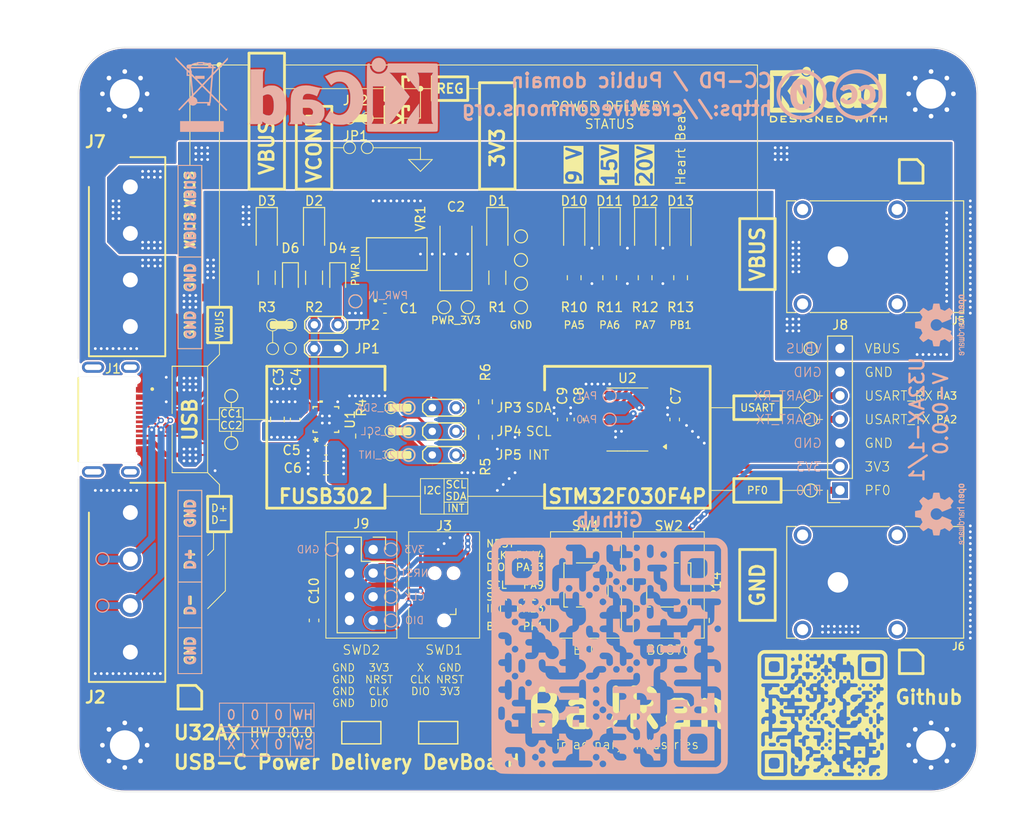
<source format=kicad_pcb>
(kicad_pcb (version 20240108) (generator "pcbnew") (generator_version "8.0")
  (layers (0 "F.Cu" signal) (31 "B.Cu" signal) (34 "B.Paste" user) (35 "F.Paste" user) (36 "B.SilkS" user "B.Silkscreen") (37 "F.SilkS" user "F.Silkscreen") (38 "B.Mask" user) (39 "F.Mask" user) (44 "Edge.Cuts" user))
  (net 0 "")
  (net 1 "GND")
  (net 2 "/PWR_3V3")
  (net 3 "/SW_NRST")
  (net 4 "/PWR_IN")
  (net 5 "Net-(D10-A)")
  (net 6 "Net-(D11-A)")
  (net 7 "Net-(D12-A)")
  (net 8 "/PWR_VCONN_fus")
  (net 9 "Net-(D1-A)")
  (net 10 "/PWR_VBUS")
  (net 11 "Net-(D2-A)")
  (net 12 "Net-(D3-A)")
  (net 13 "/USB_CC2")
  (net 14 "/USB_D-")
  (net 16 "/USB_CC1")
  (net 19 "/USB_D+")
  (net 20 "/USART_TX")
  (net 21 "Net-(D13-A)")
  (net 22 "/I2C_INT_fus")
  (net 23 "/LED_heartBeat")
  (net 24 "/USART_RX")
  (net 25 "/SW_CLK")
  (net 27 "/SW_DIO")
  (net 28 "/I2C_SDA_fus")
  (net 29 "/I2C_SCL_host")
  (net 30 "/I2C_SCL_fus")
  (net 31 "/I2C_SDA_host")
  (net 32 "/BTN")
  (net 33 "/BOOT0")
  (net 34 "/PA0")
  (net 35 "/PA1")
  (net 36 "/PF0")
  (net 38 "/LED_GR")
  (net 39 "/LED_YL")
  (net 40 "/PWR_VCONN")
  (net 41 "/LED_RD")
  (footprint "LED_SMD:LED_1206_3216Metric_Pad1.42x1.75mm_HandSolder" (layer "F.Cu") (at 130.25 55.88 -90)
    (property "Reference" "D3")
    (property "Value" "RED")
  )
  (footprint "TestPoint:TestPoint_2Pads_Pitch2.54mm_Drill0.8mm" (layer "F.Cu") (at 148.03 77.47)
    (property "Reference" "JP4")
    (property "Value" "Jumper_2_Open")
  )
  (footprint "LED_SMD:LED_1206_3216Metric_Pad1.42x1.75mm_HandSolder" (layer "F.Cu") (at 163.27 55.88 -90)
    (property "Reference" "D10")
    (property "Value" "RD")
  )
  (footprint "LED_SMD:LED_1206_3216Metric_Pad1.42x1.75mm_HandSolder" (layer "F.Cu") (at 155.015 55.88 -90)
    (property "Reference" "D1")
    (property "Value" "RED")
  )
  (footprint "Capacitor_SMD:C_0603_1608Metric_Pad1.08x0.95mm_HandSolder" (layer "F.Cu") (at 174.065 76.2 90)
    (property "Reference" "C7")
    (property "Value" "100n/50V")
  )
  (footprint "Diode_SMD:D_SOD-323F" (layer "F.Cu") (at 137.87 60.96 -90)
    (property "Reference" "D4")
    (property "Value" "RB751V")
  )
  (footprint "Capacitor_SMD:C_0603_1608Metric_Pad1.08x0.95mm_HandSolder" (layer "F.Cu") (at 142.95 64.262)
    (property "Reference" "C1")
    (property "Value" "1u/50V")
  )
  (footprint "Resistor_SMD:R_0805_2012Metric_Pad1.20x1.40mm_HandSolder" (layer "F.Cu") (at 167.08 60.96 90)
    (property "Reference" "R11")
    (property "Value" "10k")
  )
  (footprint "TestPoint:TestPoint_Keystone_5019_Minature" (layer "F.Cu") (at 148.665 109.855)
    (property "Reference" "TP27" (hide yes))
    (property "Value" "TestPoint_Probe")
  )
  (footprint "_2EDGV-5.0-04P-14-00A_H_:RHDR4W100P0X500_1X4_2140X820X1210P" (layer "F.Cu") (at 115.6 51.2 -90)
    (property "Reference" "J7")
    (property "Value" "PD OUTPUT" (hide yes))
  )
  (footprint "LED_SMD:LED_1206_3216Metric_Pad1.42x1.75mm_HandSolder" (layer "F.Cu") (at 174.6775 55.9025 -90)
    (property "Reference" "D13")
    (property "Value" "HB")
  )
  (footprint "MountingHole:MountingHole_3.2mm_M3_Pad_Via" (layer "F.Cu") (at 115 41.2)
    (property "Reference" "H2" (hide yes))
    (property "Value" "MountingHole_Pad")
  )
  (footprint "Resistor_SMD:R_0805_2012Metric_Pad1.20x1.40mm_HandSolder" (layer "F.Cu") (at 153.745 74.295 -90)
    (property "Reference" "R6")
    (property "Value" "1k5")
  )
  (footprint "Resistor_SMD:R_0805_2012Metric_Pad1.20x1.40mm_HandSolder" (layer "F.Cu") (at 178.51 97.79 90)
    (property "Reference" "R14")
    (property "Value" "10k")
  )
  (footprint "_schutzinger SWEB 8094:SWEB 8094 RED" (layer "F.Cu") (at 191.6 58.7 -90)
    (property "Reference" "J5")
    (property "Value" "PD VBUS")
  )
  (footprint "Capacitor_Tantalum_SMD:CP_EIA-6032-28_Kemet-C_Pad2.25x2.35mm_HandSolder" (layer "F.Cu") (at 150.57 58.42 90)
    (property "Reference" "C2")
    (property "Value" "47u/16V")
  )
  (footprint "_schutzinger SWEB 8094:SWEB 8094 BLACK" (layer "F.Cu") (at 191.6 93.7 -90)
    (property "Reference" "J6")
    (property "Value" "PD GND")
  )
  (footprint "Resistor_SMD:R_0805_2012Metric_Pad1.20x1.40mm_HandSolder" (layer "F.Cu") (at 153.745 78.105 90)
    (property "Reference" "R5")
    (property "Value" "1k5")
  )
  (footprint "TestPoint:TestPoint_Pad_D1.0mm" (layer "F.Cu") (at 157.555 59.055)
    (property "Reference" "TP13" (hide yes))
    (property "Value" "TestPoint")
  )
  (footprint "LED_SMD:LED_1206_3216Metric_Pad1.42x1.75mm_HandSolder" (layer "F.Cu") (at 135.33 55.88 -90)
    (property "Reference" "D2")
    (property "Value" "RED")
  )
  (footprint "_FUSB302BMPX:MLP14_2P5X2P5_ONS" (layer "F.Cu") (at 136.6 76.2 90)
    (property "Reference" "U1")
    (property "Value" "FUSB302BMPX")
  )
  (footprint "Symbol:KiCad-Logo2_5mm_SilkScreen" (layer "F.Cu") (at 190.575 41.275)
    (property "Reference" "kicad1" (hide yes))
    (property "Value" "KiCad-Logo2_5mm_SilkScreen" (hide yes))
  )
  (footprint "LED_SMD:LED_1206_3216Metric_Pad1.42x1.75mm_HandSolder" (layer "F.Cu") (at 170.89 55.88 -90)
    (property "Reference" "D12")
    (property "Value" "GR")
  )
  (footprint "_TS2940CW33:TS2940CW33_RPG" (layer "F.Cu") (at 144.22 58.42 90)
    (property "Reference" "VR1")
    (property "Value" "TS2940CW33_RPG")
  )
  (footprint "TestPoint:TestPoint_Pad_D1.0mm" (layer "F.Cu") (at 157.555 61.595)
    (property "Reference" "TP10" (hide yes))
    (property "Value" "TestPoint")
  )
  (footprint "_URL_QrCode:URL_QrCode_0.55x0.55in" (layer "F.Cu") (at 189.94 107.95)
    (property "Reference" "Github")
    (property "Value" "LOGO" (hide yes))
  )
  (footprint "Symbol:Symbol_CreativeCommons_CopperTop_Type2_Small" (layer "F.Cu") (at 130.25 91.44)
    (property "Reference" "Symbol1" (hide yes))
    (property "Value" "Symbol_CreativeCommons_CopperTop_Type2_Small" (hide yes))
  )
  (footprint "TestPoint:TestPoint_Pad_D1.0mm" (layer "F.Cu") (at 149.3 64.135)
    (property "Reference" "TP3" (hide yes))
    (property "Value" "TestPoint")
  )
  (footprint "TestPoint:TestPoint_Pad_D1.0mm" (layer "F.Cu") (at 188.67 73.66)
    (property "Reference" "TP22" (hide yes))
    (property "Value" "TestPoint")
  )
  (footprint "Resistor_SMD:R_1206_3216Metric_Pad1.30x1.75mm_HandSolder" (layer "F.Cu") (at 135.33 60.96 90)
    (property "Reference" "R2")
    (property "Value" "500")
  )
  (footprint "Resistor_SMD:R_1206_3216Metric_Pad1.30x1.75mm_HandSolder" (layer "F.Cu") (at 130.25 60.96 90)
    (property "Reference" "R3")
    (property "Value" "500")
  )
  (footprint "Package_SO:TSSOP-20_4.4x6.5mm_P0.65mm" (layer "F.Cu") (at 168.985 76.2 180)
    (property "Reference" "U2")
    (property "Value" "STM32F030F4Px")
  )
  (footprint "Fiducial:Fiducial_0.5mm_Mask1.5mm" (layer "F.Cu") (at 199.465 102.235)
    (property "Reference" "FID1" (hide yes))
    (property "Value" "Fiducial")
  )
  (footprint "Resistor_SMD:R_0805_2012Metric_Pad1.20x1.40mm_HandSolder" (layer "F.Cu") (at 163.27 60.96 90)
    (property "Reference" "R10")
    (property "Value" "10k")
  )
  (footprint "TestPoint:TestPoint_Pad_D1.0mm" (layer "F.Cu") (at 157.555 64.135)
    (property "Reference" "TP11" (hide yes))
    (property "Value" "TestPoint")
  )
  (footprint "TestPoint:TestPoint_2Pads_Pitch2.54mm_Drill0.8mm" (layer "F.Cu") (at 137.8775 68.58 180)
    (property "Reference" "JP1")
    (property "Value" "Jumper_2_Open")
  )
  (footprint "TestPoint:TestPoint_Pad_D1.0mm" (layer "F.Cu") (at 139.775 63.5)
    (property "Reference" "TP7" (hide yes))
    (property "Value" "TestPoint")
  )
  (footprint "TestPoint:TestPoint_Pad_D1.0mm" (layer "F.Cu") (at 151.84 64.135)
    (property "Reference" "TP4" (hide yes))
    (property "Value" "TestPoint")
  )
  (footprint "TestPoint:TestPoint_2Pads_Pitch2.54mm_Drill0.8mm" (layer "F.Cu") (at 148.03 74.93)
    (property "Reference" "JP3")
    (property "Value" "Jumper_2_Open")
  )
  (footprint "Capacitor_SMD:C_0603_1608Metric_Pad1.08x0.95mm_HandSolder" (layer "F.Cu") (at 163.778 76.2 90)
    (property "Reference" "C8")
    (property "Value" "100n/50V")
  )
  (footprint "Capacitor_SMD:C_0603_1608Metric_Pad1.08x0.95mm_HandSolder" (layer "F.Cu") (at 162 76.2 90)
    (property "Reference" "C9")
    (property "Value" "1u/50V")
  )
  (footprint "Resistor_SMD:R_0805_2012Metric_Pad1.20x1.40mm_HandSolder" (layer "F.Cu") (at 170.89 60.96 90)
    (property "Reference" "R12")
    (property "Value" "10k")
  )
  (footprint "TestPoint:TestPoint_Pad_D1.0mm" (layer "F.Cu") (at 126.44 73.66)
    (property "Reference" "TP1" (hide yes))
    (property "Value" "TestPoint")
  )
  (footprint "_2EDGV-5.0-04P-14-00A_H_:RHDR4W100P0X500_1X4_2140X820X1210P" (layer "F.Cu") (at 115.6 86.2 -90)
    (property "Reference" "J2")
    (property "Value" "USB 2.0 OUT" (hide yes))
  )
  (footprint "Symbol:Symbol_CC-Noncommercial_CopperTop_Small" (layer "F.Cu") (at 130.25 97.79)
    (property "Reference" "Symbol2" (hide yes))
    (property "Value" "Symbol_CC-Noncommercial_CopperTop_Small" (hide yes))
  )
  (footprint "Button_Switch_SMD:SW_SPST_TL3305A" (layer "F.Cu") (at 164.54 93.98 90)
    (property "Reference" "SW1")
    (property "Value" "BTN")
  )
  (footprint "Capacitor_SMD:C_0805_2012Metric_Pad1.18x1.45mm_HandSolder" (layer "F.Cu") (at 136.6 81.407 180)
    (property "Reference" "C6")
    (property "Value" "1u/16V")
  )
  (footprint "Button_Switch_SMD:SW_SPST_TL3305A" (layer "F.Cu") (at 173.43 93.98 -90)
    (property "Reference" "SW2")
    (property "Value" "BOOT0")
  )
  (footprint "Resistor_SMD:R_0805_2012Metric_Pad1.20x1.40mm_HandSolder" (layer "F.Cu") (at 140.537 77.978 90)
    (property "Reference" "R4")
    (property "Value" "10k")
  )
  (footprint "TestPoint:TestPoint_2Pads_Pitch2.54mm_Drill0.8mm" (layer "F.Cu") (at 148.03 80.01)
    (property "Reference" "JP5")
    (property "Value" "Jumper_2_Open")
  )
  (footprint "TestPoint:TestPoint_Keystone_5019_Minature" (layer "F.Cu") (at 140.41 109.855)
    (property "Reference" "TP28" (hide yes))
    (property "Value" "TestPoint_Probe")
  )
  (footprint "LED_SMD:LED_1206_3216Metric_Pad1.42x1.75mm_HandSolder" (layer "F.Cu") (at 167.08 55.88 -90)
    (property "Reference" "D11")
    (property "Value" "YL")
  )
  (footprint "MountingHole:MountingHole_3.2mm_M3_Pad_Via" (layer "F.Cu") (at 201.6 111.2)
    (property "Reference" "H3" (hide yes))
    (property "Value" "MountingHole_Pad")
  )
  (footprint "Resistor_SMD:R_1206_3216Metric_Pad1.30x1.75mm_HandSolder" (layer "F.Cu") (at 155.015 60.96 90)
    (property "Reference" "R1")
    (property "Value" "500")
  )
  (footprint "TestPoint:TestPoint_Pad_D1.0mm" (layer "F.Cu") (at 126.44 78.74)
    (property "Reference" "TP2" (hide yes))
    (property "Value" "TestPoint")
  )
  (footprint "TestPoint:TestPoint_Pad_D1.0mm" (layer "F.Cu") (at 188.67 68.58)
    (property "Reference" "TP21" (hide yes))
    (property "Value" "TestPoint")
  )
  (footprint "MountingHole:MountingHole_3.2mm_M3_Pad_Via" (layer "F.Cu") (at 115 111.2)
    (property "Reference" "H1" (hide yes))
    (property "Value" "MountingHole_Pad")
  )
  (footprint "MountingHole:MountingHole_3.2mm_M3_Pad_Via" (layer "F.Cu") (at 201.6 41.2)
    (property "Reference" "H4" (hide yes))
    (property "Value" "MountingHole_Pad")
  )
  (footprint "Fiducial:Fiducial_0.5mm_Mask1.5mm" (layer "F.Cu") (at 199.465 49.53)
    (property "Reference" "FID3" (hide yes))
    (property "Value" "Fiducial")
  )
  (footprint "TestPoint:TestPoint_Pad_D1.0mm" (layer "F.Cu") (at 157.555 56.515)
    (property "Reference" "TP12" (hide yes))
    (property "Value" "TestPoint")
  )
  (footprint "Connector_PinSocket_2.54mm:PinSocket_1x07_P2.54mm_Vertical" (layer "F.Cu") (at 191.82 83.8 180)
    (property "Reference" "J8")
    (property "Value" "Conn_01x07_Pin")
  )
  (footprint "Diode_SMD:D_SOD-323F" (layer "F.Cu") (at 132.79 60.96 -90)
    (property "Reference" "D6")
    (property "Value" "RB751V")
  )
  (footprint "Capacitor_SMD:C_0603_1608Metric_Pad1.08x0.95mm_HandSolder" (layer "F.Cu") (at 133.298 76.2 90)
    (property "Reference" "C4")
    (property "Value" "100n/50V")
  )
  (footprint "Connector:Tag-Connect_TC2030-IDC-NL_2x03_P1.27mm_Vertical" (layer "F.Cu") (at 149.3 95.25 90)
    (property "Reference" "J3")
    (property "Value" "SWD1")
  )
  (footprint "Symbol:Symbol_CC-ShareAlike_CopperTop_Small" (layer "F.Cu") (at 130.25 104.14)
    (property "Reference" "Symbol3" (hide yes))
    (property "Value" "Symbol_CC-ShareAlike_CopperTop_Small" (hide yes))
  )
  (footprint "Capacitor_SMD:C_0805_2012Metric_Pad1.18x1.45mm_HandSolder" (layer "F.Cu") (at 131.393 76.2 90)
    (property "Reference" "C3")
    (property "Value" "1u/16V")
  )
  (footprint "TestPoint:TestPoint_Pad_D1.0mm" (layer "F.Cu") (at 188.67 76.2)
    (property "Reference" "TP23" (hide yes))
    (property "Value" "TestPoint")
  )
  (footprint "TestPoint:TestPoint_Pad_D1.0mm" (layer "F.Cu") (at 188.67 83.82)
    (property "Reference" "TP24" (hide yes))
    (property "Value" "TestPoint")
  )
  (footprint "Fiducial:Fiducial_0.5mm_Mask1.5mm" (layer "F.Cu") (at 121.995 106.045)
    (property "Reference" "FID2" (hide yes))
    (property "Value" "Fiducial")
  )
  (footprint "TestPoint:TestPoint_2Pads_Pitch2.54mm_Drill0.8mm" (layer "F.Cu") (at 137.8975 66.02 180)
    (property "Reference" "JP2")
    (property "Value" "Jumper_2_Open")
  )
  (footprint "Capacitor_SMD:C_0603_1608Metric_Pad1.08x0.95mm_HandSolder" (layer "F.Cu") (at 136.6 79.502 180)
    (property "Reference" "C5")
    (property "Value" "100n/50V")
  )
  (footprint "_GCT_USB4520:GCT_USB4520-03-0-A_REVA" (layer "F.Cu") (at 111.6 76.2 -90)
    (property "Reference" "J1")
    (property "Value" "USB_C_Receptacle_USB2.0_16P")
    (fp_line (start -6.52 1.6) (end -4.62 1.6) (stroke (width 0.01)) (layer "Edge.Cuts"))
    (fp_line (start -4.62 1.6) (end -4.62 -4.6) (stroke (width 0.01)) (layer "Edge.Cuts"))
    (fp_line (start 4.62 1.6) (end 6.36 1.6) (stroke (width 0.01)) (layer "Edge.Cuts"))
    (fp_line (start -3.82 -4.6) (end 3.82 -4.6) (stroke (width 0.01)) (layer "Edge.Cuts"))
    (fp_line (start 4.62 -4.6) (end 4.62 1.6) (stroke (width 0.01)) (layer "Edge.Cuts"))
    (fp_arc (start -4.62 -4.6) (mid -4.540343 -4.86731) (end -4.295 -5) (stroke (width 0.01)) (layer "Edge.Cuts"))
    (fp_arc (start -3.82 -4.6) (mid -3.919853 -4.628934) (end -3.97 -4.72) (stroke (width 0.01)) (layer "Edge.Cuts"))
    (fp_arc (start 3.97 -4.72) (mid 3.919853 -4.628934) (end 3.82 -4.6) (stroke (width 0.01)) (layer "Edge.Cuts"))
    (fp_arc (start 3.97 -4.72) (mid 4.07451 -4.92731) (end 4.295 -5) (stroke (width 0.01)) (layer "Edge.Cuts"))
    (fp_arc (start -4.295 -5) (mid -4.07451 -4.92731) (end -3.97 -4.72) (stroke (width 0.01)) (layer "Edge.Cuts"))
    (fp_arc (start 4.295 -5) (mid 4.540343 -4.86731) (end 4.62 -4.6) (stroke (width 0.01)) (layer "Edge.Cuts"))
  )
  (footprint "Capacitor_SMD:C_0603_1608Metric_Pad1.08x0.95mm_HandSolder" (layer "F.Cu") (at 135.33 97.79 -90)
    (property "Reference" "C10")
    (property "Value" "100n/50V")
  )
  (footprint "Resistor_SMD:R_0805_2012Metric_Pad1.20x1.40mm_HandSolder" (layer "F.Cu") (at 174.7 60.96 90)
    (property "Reference" "R13")
    (property "Value" "10k")
  )
  (footprint "Connector_PinSocket_2.54mm:PinSocket_2x04_P2.54mm_Vertical" (layer "F.Cu") (at 141.68 90.17)
    (property "Reference" "J9")
    (property "Value" "Conn_02x04_Odd_Even")
  )
  (footprint "Symbol:KiCad-Logo_8mm_SilkScreen" (layer "B.Cu") (at 138.505 41.275 180)
    (property "Reference" "REF**" (hide yes))
    (property "Value" "KiCad-Logo_8mm_SilkScreen" (hide yes))
  )
  (footprint "Symbol:OSHW-Logo2_7.3x6mm_SilkScreen" (layer "B.Cu") (at 202.64 86.36 -90)
    (property "Reference" "REF**" (hide yes))
    (property "Value" "OSHW-Logo2_7.3x6mm_SilkScreen" (hide yes))
  )
  (footprint "TestPoint:TestPoint_Pad_D1.0mm" (layer "B.Cu") (at 145.49 80.01 180)
    (property "Reference" "TP16" (hide yes))
    (property "Value" "TestPoint")
  )
  (footprint "Symbol:WEEE-Logo_5.6x8mm_SilkScreen" (layer "B.Cu") (at 123.265 41.275 180)
    (property "Reference" "REF**" (hide yes))
    (property "Value" "WEEE-Logo_5.6x8mm_SilkScreen" (hide yes))
  )
  (footprint "TestPoint:TestPoint_Pad_D1.0mm" (layer "B.Cu") (at 145.49 74.93 180)
    (property "Reference" "TP14" (hide yes))
    (property "Value" "TestPoint")
  )
  (footprint "Symbol:OSHW-Logo2_7.3x6mm_SilkScreen" (layer "B.Cu") (at 202.64 66.04 -90)
    (property "Reference" "REF**" (hide yes))
    (property "Value" "OSHW-Logo2_7.3x6mm_SilkScreen" (hide yes))
  )
  (footprint "TestPoint:TestPoint_Pad_D1.0mm" (layer "B.Cu") (at 167.08 73.66 180)
    (property "Reference" "TP26" (hide yes))
    (property "Value" "TestPoint")
  )
  (footprint "TestPoint:TestPoint_Pad_D1.0mm" (layer "B.Cu") (at 167.08 76.2 180)
    (property "Reference" "TP25" (hide yes))
    (property "Value" "TestPoint")
  )
  (footprint "TestPoint:TestPoint_Pad_D1.0mm" (layer "B.Cu") (at 143.585 90.17 180)
    (property "Reference" "TP5" (hide yes))
    (property "Value" "TestPoint")
  )
  (footprint "TestPoint:TestPoint_Pad_D1.0mm" (layer "B.Cu") (at 145.49 77.47 180)
    (property "Reference" "TP15" (hide yes))
    (property "Value" "TestPoint")
  )
  (footprint "Symbol:KiCad-Logo_8mm_Copper" (layer "B.Cu") (at 138.505 41.275 180)
    (property "Reference" "REF**" (hide yes))
    (property "Value" "KiCad-Logo_8mm_Copper" (hide yes))
  )
  (footprint "TestPoint:TestPoint_Pad_D1.0mm" (layer "B.Cu") (at 112.6 91.2 180)
    (property "Reference" "TP8" (hide yes))
    (property "Value" "TestPoint")
  )
  (footprint "TestPoint:TestPoint_Pad_D1.0mm" (layer "B.Cu") (at 143.585 97.79 180)
    (property "Reference" "TP19" (hide yes))
    (property "Value" "TestPoint")
  )
  (footprint "TestPoint:TestPoint_Pad_D1.0mm" (layer "B.Cu") (at 137.235 90.17 180)
    (property "Reference" "TP20" (hide yes))
    (property "Value" "TestPoint")
  )
  (footprint "_URL_QrCode:URL_QrCode_1.00x1.00in" (layer "B.Cu") (at 167.08 101.6 180)
    (property "Reference" "Github")
    (property "Value" "LOGO" (hide yes))
  )
  (footprint "Symbol:Symbol_CreativeCommonsPublicDomain_SilkScreenTop_Small" (layer "B.Cu") (at 174.7 41.275 180)
    (property "Reference" "REF**" (hide yes))
    (property "Value" "Symbol_CreativeCommonsPublicDomain_SilkScreenTop_Small" (hide yes))
  )
  (footprint "TestPoint:TestPoint_Pad_D1.0mm" (layer "B.Cu") (at 139.775 63.5 180)
    (property "Reference" "TP6" (hide yes))
    (property "Value" "TestPoint")
  )
  (footprint "TestPoint:TestPoint_Pad_D1.0mm" (layer "B.Cu") (at 143.585 92.71 180)
    (property "Reference" "TP17" (hide yes))
    (property "Value" "TestPoint")
  )
  (footprint "TestPoint:TestPoint_Pad_D1.0mm" (layer "B.Cu") (at 143.585 95.25 180)
    (property "Reference" "TP18" (hide yes))
    (property "Value" "TestPoint")
  )
  (footprint "TestPoint:TestPoint_Pad_D1.0mm" (layer "B.Cu") (at 112.6 96.2 180)
    (property "Reference" "TP9" (hide yes))
    (property "Value" "TestPoint")
  )
  (gr_line (start 123.265 68.58) (end 120.725 68.58) (stroke (width 0.1)) (layer "B.SilkS"))
  (gr_line (start 130.25 112.395) (end 132.79 112.395) (stroke (width 0.1)) (layer "B.SilkS"))
  (gr_line (start 123.265 58.7375) (end 123.265 48.895) (stroke (width 0.1)) (layer "B.SilkS"))
  (gr_line (start 127.71 112.395) (end 127.71 109.855) (stroke (width 0.1)) (layer "B.SilkS"))
  (gr_line (start 130.25 109.22) (end 132.79 109.22) (stroke (width 0.1)) (layer "B.SilkS"))
  (gr_line (start 123.265 98.58375) (end 123.265 93.6625) (stroke (width 0.1)) (layer "B.SilkS"))
  (gr_line (start 127.71 109.22) (end 125.17 109.22) (stroke (width 0.1)) (layer "B.SilkS"))
  (gr_line (start 123.265 48.895) (end 120.725 48.895) (stroke (width 0.1)) (layer "B.SilkS"))
  (gr_line (start 125.17 109.22) (end 125.17 106.68) (stroke (width 0.1)) (layer "B.SilkS"))
  (gr_line (start 130.25 109.855) (end 130.25 112.395) (stroke (width 0.1)) (layer "B.SilkS"))
  (gr_line (start 127.71 109.855) (end 130.25 109.855) (stroke (width 0.1)) (layer "B.SilkS"))
  (gr_line (start 123.265 98.58375) (end 123.265 103.505) (stroke (width 0.1)) (layer "B.SilkS"))
  (gr_line (start 132.79 109.855) (end 130.25 109.855) (stroke (width 0.1)) (layer "B.SilkS"))
  (gr_line (start 132.79 112.395) (end 132.79 109.855) (stroke (width 0.1)) (layer "B.SilkS"))
  (gr_line (start 120.725 93.6625) (end 120.725 88.74125) (stroke (width 0.1)) (layer "B.SilkS"))
  (gr_line (start 120.725 68.58) (end 120.725 48.895) (stroke (width 0.1)) (layer "B.SilkS"))
  (gr_line (start 123.265 68.58) (end 123.265 58.7375) (stroke (width 0.1)) (layer "B.SilkS"))
  (gr_line (start 123.265 93.6625) (end 123.265 88.74125) (stroke (width 0.1)) (layer "B.SilkS"))
  (gr_line (start 125.17 112.395) (end 125.17 109.855) (stroke (width 0.1)) (layer "B.SilkS"))
  (gr_line (start 130.25 112.395) (end 127.71 112.395) (stroke (width 0.1)) (layer "B.SilkS"))
  (gr_line (start 135.33 112.395) (end 135.33 109.855) (stroke (width 0.1)) (layer "B.SilkS"))
  (gr_line (start 135.33 109.22) (end 135.33 106.68) (stroke (width 0.1)) (layer "B.SilkS"))
  (gr_line (start 120.725 58.7375) (end 123.265 58.7375) (stroke (width 0.1)) (layer "B.SilkS"))
  (gr_line (start 120.725 103.505) (end 120.725 98.58375) (stroke (width 0.1)) (layer "B.SilkS"))
  (gr_line (start 135.33 106.68) (end 132.79 106.68) (stroke (width 0.1)) (layer "B.SilkS"))
  (gr_line (start 135.33 109.855) (end 132.79 109.855) (stroke (width 0.1)) (layer "B.SilkS"))
  (gr_line (start 127.71 112.395) (end 125.17 112.395) (stroke (width 0.1)) (layer "B.SilkS"))
  (gr_line (start 123.265 103.505) (end 120.725 103.505) (stroke (width 0.1)) (layer "B.SilkS"))
  (gr_line (start 120.725 93.6625) (end 123.265 93.6625) (stroke (width 0.1)) (layer "B.SilkS"))
  (gr_line (start 125.17 109.855) (end 127.71 109.855) (stroke (width 0.1)) (layer "B.SilkS"))
  (gr_line (start 132.79 109.22) (end 132.79 106.68) (stroke (width 0.1)) (layer "B.SilkS"))
  (gr_line (start 120.725 98.58375) (end 123.265 98.58375) (stroke (width 0.1)) (layer "B.SilkS"))
  (gr_line (start 120.725 88.74125) (end 120.725 83.82) (stroke (width 0.1)) (layer "B.SilkS"))
  (gr_line (start 120.725 93.6625) (end 120.725 98.58375) (stroke (width 0.1)) (layer "B.SilkS"))
  (gr_line (start 125.17 106.68) (end 127.71 106.68) (stroke (width 0.1)) (layer "B.SilkS"))
  (gr_line (start 130.25 109.22) (end 127.71 109.22) (stroke (width 0.1)) (layer "B.SilkS"))
  (gr_line (start 123.265 83.82) (end 120.725 83.82) (stroke (width 0.1)) (layer "B.SilkS"))
  (gr_line (start 127.71 109.22) (end 127.71 106.68) (stroke (width 0.1)) (layer "B.SilkS"))
  (gr_line (start 120.725 88.74125) (end 123.265 88.74125) (stroke (width 0.1)) (layer "B.SilkS"))
  (gr_line (start 132.79 112.395) (end 135.33 112.395) (stroke (width 0.1)) (layer "B.SilkS"))
  (gr_line (start 132.79 109.22) (end 135.33 109.22) (stroke (width 0.1)) (layer "B.SilkS"))
  (gr_line (start 123.265 88.74125) (end 123.265 83.82) (stroke (width 0.1)) (layer "B.SilkS"))
  (gr_line (start 130.25 106.68) (end 130.25 109.22) (stroke (width 0.1)) (layer "B.SilkS"))
  (gr_line (start 132.79 106.68) (end 130.25 106.68) (stroke (width 0.1)) (layer "B.SilkS"))
  (gr_line (start 127.71 106.68) (end 130.25 106.68) (stroke (width 0.1)) (layer "B.SilkS"))
  (gr_line (start 144.855 42.545) (end 145.49 42.545) (stroke (width 0.3)) (layer "F.SilkS"))
  (gr_line (start 187.4 74.93) (end 188.035 74.295) (stroke (width 0.1)) (layer "F.SilkS"))
  (gr_rect (start 148.03 39.37) (end 151.84 41.91) (stroke (width 0.3)) (fill none) (layer "F.SilkS"))
  (gr_line (start 123.265 83.82) (end 123.265 88.74125) (stroke (width 0.1)) (layer "F.SilkS"))
  (gr_circle (center 139.14 43.815) (end 139.14 43.18) (stroke (width 0.1)) (fill none) (layer "F.SilkS"))
  (gr_circle (center 145.49 80.01) (end 145.49 79.375) (stroke (width 0.1)) (fill none) (layer "F.SilkS"))
  (gr_line (start 146.76 84.455) (end 142.95 84.455) (stroke (width 0.1)) (layer "F.SilkS"))
  (gr_line (start 123.9 81.915) (end 120.09 81.915) (stroke (width 0.1)) (layer "F.SilkS"))
  (gr_line (start 144.22 99.695) (end 136.6 99.695) (stroke (width 0.1)) (layer "F.SilkS"))
  (gr_line (start 126.44 77.47) (end 126.44 78.04) (stroke (width 0.1)) (layer "F.SilkS"))
  (gr_line (start 126.44 84.455) (end 126.44 88.265) (stroke (width 0.3)) (layer "F.SilkS"))
  (gr_line (start 125.17 67.945) (end 125.17 69.215) (stroke (width 0.1)) (layer "F.SilkS"))
  (gr_line (start 133.425 42.545) (end 133.425 51.435) (stroke (width 0.3)) (layer "F.SilkS"))
  (gr_line (start 184.86 90.17) (end 182.955 90.17) (stroke (width 0.3)) (layer "F.SilkS"))
  (gr_line (start 125.17 83.185) (end 125.17 84.455) (stroke (width 0.1)) (layer "F.SilkS"))
  (gr_line (start 124.535 88.265) (end 124.535 90.17) (stroke (width 0.1)) (layer "F.SilkS"))
  (gr_line (start 125.17 69.215) (end 123.9 70.485) (stroke (width 0.1)) (layer "F.SilkS"))
  (gr_line (start 156.92 51.435) (end 156.92 40.005) (stroke (width 0.3)) (layer "F.SilkS"))
  (gr_line (start 144.855 41.91) (end 144.22 41.91) (stroke (width 0.3)) (layer "F.SilkS"))
  (gr_line (start 169.62 99.695) (end 169.62 88.265) (stroke (width 0.1)) (layer "F.SilkS"))
  (gr_line (start 127.71 74.93) (end 127.71 77.47) (stroke (width 0.1)) (layer "F.SilkS"))
  (gr_circle (center 141.045 43.815) (end 141.045 43.18) (stroke (width 0.1)) (fill none) (layer "F.SilkS"))
  (gr_line (start 151.84 40.64) (end 153.11 40.64) (stroke (width 0.1)) (layer "F.SilkS"))
  (gr_line (start 123.265 98.58375) (end 123.265 103.505) (stroke (width 0.1)) (layer "F.SilkS"))
  (gr_circle (center 145.49 77.47) (end 145.49 76.835) (stroke (width 0.1)) (fill none) (layer "F.SilkS"))
  (gr_line (start 181.05 90.17) (end 181.05 97.79) (stroke (width 0.3)) (layer "F.SilkS"))
  (gr_line (start 144.22 41.91) (end 144.22 41.529) (stroke (width 0.3)) (layer "F.SilkS"))
  (gr_line (start 126.44 64.135) (end 126.44 67.945) (stroke (width 0.3)) (layer "F.SilkS"))
  (gr_line (start 120.09 76.835) (end 120.09 81.915) (stroke (width 0.1)) (layer "F.SilkS"))
  (gr_line (start 136.6 99.695) (end 136.6 88.265) (stroke (width 0.1)) (layer "F.SilkS"))
  (gr_line (start 157.555 89.535) (end 159.46 89.535) (stroke (width 0.1)) (layer "F.SilkS"))
  (gr_line (start 120.725 83.82) (end 120.725 88.74125) (stroke (width 0.1)) (layer "F.SilkS"))
  (gr_line (start 142.95 70.485) (end 142.95 73.025) (stroke (width 0.3)) (layer "F.SilkS"))
  (gr_line (start 181.05 54.61) (end 181.05 62.23) (stroke (width 0.3)) (layer "F.SilkS"))
  (gr_line (start 126.44 88.265) (end 123.9 88.265) (stroke (width 0.3)) (layer "F.SilkS"))
  (gr_line (start 160.095 85.725) (end 160.095 83.185) (stroke (width 0.3)) (layer "F.SilkS"))
  (gr_line (start 123.265 68.58) (end 120.725 68.58) (stroke (width 0.1)) (layer "F.SilkS"))
  (gr_line (start 142.95 41.91) (end 144.855 40.64) (stroke (width 0.3)) (layer "F.SilkS"))
  (gr_line (start 125.17 38.1) (end 125.17 64.135) (stroke (width 0.1)) (layer "F.SilkS"))
  (gr_line (start 177.875 85.725) (end 177.875 70.485) (stroke (width 0.3)) (layer "F.SilkS"))
  (gr_circle (center 125.17 38.1) (end 125.424 38.1) (stroke (width 0.1)) (fill solid) (layer "F.SilkS"))
  (gr_line (start 123.265 48.895) (end 123.265 68.58) (stroke (width 0.1)) (layer "F.SilkS"))
  (gr_line (start 153.11 51.435) (end 156.92 51.435) (stroke (width 0.3)) (layer "F.SilkS"))
  (gr_poly (pts (xy 143.458 77.089) (xy 143.331 77.216) (xy 143.331 77.724) (xy 143.458 77.851) (xy 145.617 77.851) (xy 145.744 77.724) (xy 145.744 77.216) (xy 145.617 77.089)) (stroke (width 0.1)) (fill solid) (layer "F.SilkS"))
  (gr_line (start 180.415 74.93) (end 177.875 74.93) (stroke (width 0.1)) (layer "F.SilkS"))
  (gr_poly (pts (xy 143.458 79.629) (xy 143.331 79.756) (xy 143.331 80.264) (xy 143.458 80.391) (xy 145.617 80.391) (xy 145.744 80.264) (xy 145.744 79.756) (xy 145.617 79.629)) (stroke (width 0.1)) (fill solid) (layer "F.SilkS"))
  (gr_line (start 160.095 84.455) (end 151.84 84.455) (stroke (width 0.1)) (layer "F.SilkS"))
  (gr_circle (center 145.49 74.93) (end 145.49 74.295) (stroke (width 0.1)) (fill none) (layer "F.SilkS"))
  (gr_line (start 128.345 36.83) (end 128.345 51.435) (stroke (width 0.3)) (layer "F.SilkS"))
  (gr_line (start 146.76 46.99) (end 146.76 48.26) (stroke (width 0.1)) (layer "F.SilkS"))
  (gr_line (start 123.265 105.41) (end 122.63 104.775) (stroke (width 0.3)) (layer "F.SilkS"))
  (gr_line (start 123.265 98.58375) (end 123.265 93.6625) (stroke (width 0.1)) (layer "F.SilkS"))
  (gr_line (start 132.155 36.83) (end 128.345 36.83) (stroke (width 0.3)) (layer "F.SilkS"))
  (gr_line (start 125.17 77.47) (end 125.17 74.93) (stroke (width 0.1)) (layer "F.SilkS"))
  (gr_line (start 160.095 70.485) (end 160.095 73.025) (stroke (width 0.3)) (layer "F.SilkS"))
  (gr_circle (center 139.14 46.99) (end 139.14 46.355) (stroke (width 0.1)) (fill none) (layer "F.SilkS"))
  (gr_line (start 123.9 64.135) (end 126.44 64.135) (stroke (width 0.3)) (layer "F.SilkS"))
  (gr_line (start 144.22 88.265) (end 144.22 99.695) (stroke (width 0.1)) (layer "F.SilkS"))
  (gr_line (start 144.855 45.085) (end 144.22 45.085) (stroke (width 0.3)) (layer "F.SilkS"))
  (gr_line (start 168.35 99.695) (end 160.73 99.695) (stroke (width 0.1)) (layer "F.SilkS"))
  (gr_circle (center 132.79 68.58) (end 132.79 67.945) (stroke (width 0.1)) (fill none) (layer "F.SilkS"))
  (gr_line (start 198.195 50.8) (end 200.735 50.8) (stroke (width 0.3)) (layer "F.SilkS"))
  (gr_line (start 123.265 83.82) (end 120.725 83.82) (stroke (width 0.1)) (layer "F.SilkS"))
  (gr_line (start 198.195 48.26) (end 198.195 50.8) (stroke (width 0.3)) (layer "F.SilkS"))
  (gr_line (start 184.86 62.23) (end 184.86 54.61) (stroke (width 0.3)) (layer "F.SilkS"))
  (gr_line (start 182.955 38.1) (end 182.955 54.61) (stroke (width 0.1)) (layer "F.SilkS"))
  (gr_line (start 160.73 88.265) (end 168.35 88.265) (stroke (width 0.1)) (layer "F.SilkS"))
  (gr_line (start 185.495 83.82) (end 187.97 83.82) (stroke (width 0.1)) (layer "F.SilkS"))
  (gr_line (start 144.855 39.37) (end 144.855 41.91) (stroke (width 0.3)) (layer "F.SilkS"))
  (gr_line (start 141.68 46.99) (end 146.76 46.99) (stroke (width 0.1)) (layer "F.SilkS"))
  (gr_line (start 120.725 58.7375) (end 120.725 68.58) (stroke (width 0.1)) (layer "F.SilkS"))
  (gr_line (start 122.63 104.775) (end 120.725 104.775) (stroke (width 0.3)) (layer "F.SilkS"))
  (gr_line (start 145.49 95.25) (end 145.49 88.265) (stroke (width 0.1)) (layer "F.SilkS"))
  (gr_line (start 181.05 97.79) (end 184.86 97.79) (stroke (width 0.3)) (layer "F.SilkS"))
  (gr_line (start 120.725 88.74125) (end 123.265 88.74125) (stroke (width 0.1)) (layer "F.SilkS"))
  (gr_line (start 142.95 85.725) (end 130.25 85.725) (stroke (width 0.3)) (layer "F.SilkS"))
  (gr_line (start 144.855 42.545) (end 144.855 45.085) (stroke (width 0.3)) (layer "F.SilkS"))
  (gr_line (start 120.725 93.6625) (end 120.725 98.58375) (stroke (width 0.1)) (layer "F.SilkS"))
  (gr_line (start 125.805 94.615) (end 123.9 96.52) (stroke (width 0.1)) (layer "F.SilkS"))
  (gr_line (start 127.71 77.47) (end 125.17 77.47) (stroke (width 0.1)) (layer "F.SilkS"))
  (gr_line (start 177.24 99.695) (end 169.62 99.695) (stroke (width 0.1)) (layer "F.SilkS"))
  (gr_line (start 200.735 48.895) (end 200.1 48.26) (stroke (width 0.3)) (layer "F.SilkS"))
  (gr_line (start 151.84 86.36) (end 151.84 85.09) (stroke (width 0.1)) (layer "F.SilkS"))
  (gr_line (start 189.37 76.2) (end 189.94 76.2) (stroke (width 0.1)) (layer "F.SilkS"))
  (gr_line (start 123.9 88.265) (end 123.9 84.455) (stroke (width 0.3)) (layer "F.SilkS"))
  (gr_poly (pts (xy 139.013 43.434) (xy 138.886 43.561) (xy 138.886 44.069) (xy 139.013 44.196) (xy 141.172 44.196) (xy 141.299 44.069) (xy 141.299 43.561) (xy 141.172 43.434)) (stroke (width 0.1)) (fill solid) (layer "F.SilkS"))
  (gr_line (start 142.95 85.725) (end 142.95 83.185) (stroke (width 0.3)) (layer "F.SilkS"))
  (gr_line (start 146.76 85.09) (end 146.76 86.36) (stroke (width 0.1)) (layer "F.SilkS"))
  (gr_line (start 144.855 39.37) (end 145.49 39.37) (stroke (width 0.3)) (layer "F.SilkS"))
  (gr_line (start 184.86 54.61) (end 182.955 54.61) (stroke (width 0.3)) (layer "F.SilkS"))
  (gr_line (start 198.195 100.965) (end 198.195 103.505) (stroke (width 0.3)) (layer "F.SilkS"))
  (gr_line (start 137.235 42.545) (end 133.425 42.545) (stroke (width 0.3)) (layer "F.SilkS"))
  (gr_line (start 189.37 73.66) (end 189.94 73.66) (stroke (width 0.1)) (layer "F.SilkS"))
  (gr_line (start 185.495 76.2) (end 180.415 76.2) (stroke (width 0.3)) (layer "F.SilkS"))
  (gr_line (start 126.44 74.93) (end 126.44 74.36) (stroke (width 0.1)) (layer "F.SilkS"))
  (gr_line (start 160.095 70.485) (end 177.875 70.485) (stroke (width 0.3)) (layer "F.SilkS"))
  (gr_line (start 145.49 48.26) (end 146.76 49.53) (stroke (width 0.1)) (layer "F.SilkS"))
  (gr_line (start 180.415 76.2) (end 180.415 73.66) (stroke (width 0.3)) (layer "F.SilkS"))
  (gr_rect (start 120.09 70.4596) (end 123.9 70.485) (stroke (width 0.1)) (fill none) (layer "F.SilkS"))
  (gr_line (start 123.9 76.2) (end 125.17 76.2) (stroke (width 0.1)) (layer "F.SilkS"))
  (gr_line (start 164.54 38.1) (end 182.955 38.1) (stroke (width 0.1)) (layer "F.SilkS"))
  (gr_line (start 136.6 88.265) (end 144.22 88.265) (stroke (width 0.1)) (layer "F.SilkS"))
  (gr_line (start 149.3 86.36) (end 149.3 85.09) (stroke (width 0.1)) (layer "F.SilkS"))
  (gr_line (start 182.955 90.17) (end 181.05 90.17) (stroke (width 0.3)) (layer "F.SilkS"))
  (gr_line (start 145.49 99.695) (end 145.49 96.52) (stroke (width 0.1)) (layer "F.SilkS"))
  (gr_line (start 185.495 73.66) (end 185.495 76.2) (stroke (width 0.3)) (layer "F.SilkS"))
  (gr_line (start 168.35 88.265) (end 168.35 99.695) (stroke (width 0.1)) (layer "F.SilkS"))
  (gr_line (start 200.735 50.8) (end 200.735 48.895) (stroke (width 0.3)) (layer "F.SilkS"))
  (gr_line (start 169.62 88.265) (end 177.24 88.265) (stroke (width 0.1)) (layer "F.SilkS"))
  (gr_line (start 146.76 82.55) (end 151.84 82.55) (stroke (width 0.1)) (layer "F.SilkS"))
  (gr_line (start 132.79 38.1) (end 141.68 38.1) (stroke (width 0.1)) (layer "F.SilkS"))
  (gr_line (start 132.155 40.64) (end 142.95 40.64) (stroke (width 0.1)) (layer "F.SilkS"))
  (gr_line (start 185.495 74.93) (end 187.4 74.93) (stroke (width 0.1)) (layer "F.SilkS"))
  (gr_circle (center 141.045 46.99) (end 141.045 46.355) (stroke (width 0.1)) (fill none) (layer "F.SilkS"))
  (gr_line (start 146.76 48.26) (end 145.49 48.26) (stroke (width 0.1)) (layer "F.SilkS"))
  (gr_line (start 120.725 58.7375) (end 123.265 58.7375) (stroke (width 0.1)) (layer "F.SilkS"))
  (gr_line (start 123.265 103.505) (end 120.725 103.505) (stroke (width 0.1)) (layer "F.SilkS"))
  (gr_line (start 180.415 82.55) (end 185.495 82.55) (stroke (width 0.3)) (layer "F.SilkS"))
  (gr_line (start 120.725 103.505) (end 120.725 98.58375) (stroke (width 0.1)) (layer "F.SilkS"))
  (gr_line (start 153.11 99.695) (end 145.49 99.695) (stroke (width 0.1)) (layer "F.SilkS"))
  (gr_poly (pts (xy 143.458 74.549) (xy 143.331 74.676) (xy 143.331 75.184) (xy 143.458 75.311) (xy 145.617 75.311) (xy 145.744 75.184) (xy 145.744 74.676) (xy 145.617 74.549)) (stroke (width 0.1)) (fill solid) (layer "F.SilkS"))
  (gr_line (start 160.73 99.695) (end 160.73 88.265) (stroke (width 0.1)) (layer "F.SilkS"))
  (gr_line (start 185.495 85.09) (end 180.415 85.09) (stroke (width 0.3)) (layer "F.SilkS"))
  (gr_line (start 124.535 90.17) (end 123.9 90.805) (stroke (width 0.1)) (layer "F.SilkS"))
  (gr_line (start 123.9 70.485) (end 123.9 81.915) (stroke (width 0.1)) (layer "F.SilkS"))
  (gr_line (start 130.885 66.675) (end 130.885 67.945) (stroke (width 0.1)) (layer "F.SilkS"))
  (gr_line (start 128.345 51.435) (end 132.155 51.435) (stroke (width 0.3)) (layer "F.SilkS"))
  (gr_line (start 121.995 38.1) (end 121.995 48.895) (stroke (width 0.1)) (layer "F.SilkS"))
  (gr_line (start 137.235 51.435) (end 137.235 42.545) (stroke (width 0.3)) (layer "F.SilkS"))
  (gr_line (start 123.9 67.945) (end 123.9 64.135) (stroke (width 0.3)) (layer "F.SilkS"))
  (gr_line (start 120.09 75.565) (end 120.09 70.485) (stroke (width 0.1)) (layer "F.SilkS"))
  (gr_line (start 149.3 85.09) (end 151.84 85.09) (stroke (width 0.1)) (layer "F.SilkS"))
  (gr_line (start 200.1 100.965) (end 198.195 100.965) (stroke (width 0.3)) (layer "F.SilkS"))
  (gr_line (start 144.855 40.64) (end 142.95 39.37) (stroke (width 0.3)) (layer "F.SilkS"))
  (gr_line (start 200.735 103.505) (end 200.735 101.6) (stroke (width 0.3)) (layer "F.SilkS"))
  (gr_line (start 200.735 101.6) (end 200.1 100.965) (stroke (width 0.3)) (layer "F.SilkS"))
  (gr_line (start 184.86 97.79) (end 184.86 90.17) (stroke (width 0.3)) (layer "F.SilkS"))
  (gr_line (start 120.725 88.74125) (end 120.725 93.6625) (stroke (width 0.1)) (layer "F.SilkS"))
  (gr_line (start 125.805 88.265) (end 125.805 94.615) (stroke (width 0.1)) (layer "F.SilkS"))
  (gr_line (start 145.49 42.545) (end 145.49 42.926) (stroke (width 0.3)) (layer "F.SilkS"))
  (gr_line (start 141.68 38.1) (end 164.54 38.1) (stroke (width 0.1)) (layer "F.SilkS"))
  (gr_line (start 123.9 81.915) (end 125.17 83.185) (stroke (width 0.1)) (layer "F.SilkS"))
  (gr_line (start 180.415 73.66) (end 185.495 73.66) (stroke (width 0.3)) (layer "F.SilkS"))
  (gr_circle (center 132.79 66.04) (end 132.79 65.405) (stroke (width 0.1)) (fill none) (layer "F.SilkS"))
  (gr_line (start 146.76 82.55) (end 146.76 85.09) (stroke (width 0.1)) (layer "F.SilkS"))
  (gr_line (start 142.95 42.545) (end 142.95 45.085) (stroke (width 0.3)) (layer "F.SilkS"))
  (gr_line (start 160.095 85.725) (end 177.875 85.725) (stroke (width 0.3)) (layer "F.SilkS"))
  (gr_line (start 120.725 48.895) (end 120.725 58.7375) (stroke (width 0.1)) (layer "F.SilkS"))
  (gr_line (start 189.37 83.82) (end 189.94 83.8) (stroke (width 0.1)) (layer "F.SilkS"))
  (gr_line (start 130.25 85.725) (end 130.25 70.485) (stroke (width 0.3)) (layer "F.SilkS"))
  (gr_line (start 120.725 104.775) (end 120.725 107.315) (stroke (width 0.3)) (layer "F.SilkS"))
  (gr_line (start 151.84 86.36) (end 149.3 86.36) (stroke (width 0.1)) (layer "F.SilkS"))
  (gr_circle (center 143.585 77.47) (end 143.585 76.835) (stroke (width 0.1)) (fill none) (layer "F.SilkS"))
  (gr_line (start 123.265 107.315) (end 123.265 105.41) (stroke (width 0.3)) (layer "F.SilkS"))
  (gr_line (start 142.95 45.085) (end 144.855 43.815) (stroke (width 0.3)) (layer "F.SilkS"))
  (gr_line (start 145.49 88.265) (end 153.11 88.265) (stroke (width 0.1)) (layer "F.SilkS"))
  (gr_line (start 180.415 85.09) (end 180.415 82.55) (stroke (width 0.3)) (layer "F.SilkS"))
  (gr_line (start 148.03 48.26) (end 146.76 48.26) (stroke (width 0.1)) (layer "F.SilkS"))
  (gr_line (start 130.25 70.485) (end 142.95 70.485) (stroke (width 0.3)) (layer "F.SilkS"))
  (gr_circle (center 130.885 66.04) (end 130.885 65.405) (stroke (width 0.1)) (fill none) (layer "F.SilkS"))
  (gr_line (start 125.17 74.93) (end 127.71 74.93) (stroke (width 0.1)) (layer "F.SilkS"))
  (gr_line (start 142.95 39.37) (end 142.95 41.91) (stroke (width 0.3)) (layer "F.SilkS"))
  (gr_line (start 123.265 48.895) (end 120.725 48.895) (stroke (width 0.1)) (layer "F.SilkS"))
  (gr_line (start 120.725 107.315) (end 123.265 107.315) (stroke (width 0.3)) (layer "F.SilkS"))
  (gr_line (start 181.05 62.23) (end 184.86 62.23) (stroke (width 0.3)) (layer "F.SilkS"))
  (gr_line (start 187.4 74.93) (end 188.035 75.565) (stroke (width 0.1)) (layer "F.SilkS"))
  (gr_line (start 200.1 48.26) (end 198.195 48.26) (stroke (width 0.3)) (layer "F.SilkS"))
  (gr_line (start 123.265 88.74125) (end 123.265 93.6625) (stroke (width 0.1)) (layer "F.SilkS"))
  (gr_circle (center 143.585 80.01) (end 143.585 79.375) (stroke (width 0.1)) (fill none) (layer "F.SilkS"))
  (gr_line (start 177.24 88.265) (end 177.24 99.695) (stroke (width 0.1)) (layer "F.SilkS"))
  (gr_line (start 144.22 45.085) (end 144.22 44.704) (stroke (width 0.3)) (layer "F.SilkS"))
  (gr_line (start 146.76 43.815) (end 146.76 40.64) (stroke (width 0.1)) (layer "F.SilkS"))
  (gr_line (start 123.9 84.455) (end 126.44 84.455) (stroke (width 0.3)) (layer "F.SilkS"))
  (gr_line (start 138.505 46.99) (end 137.235 46.99) (stroke (width 0.1)) (layer "F.SilkS"))
  (gr_line (start 132.155 51.435) (end 132.155 36.83) (stroke (width 0.3)) (layer "F.SilkS"))
  (gr_line (start 146.76 49.53) (end 148.03 48.26) (stroke (width 0.1)) (layer "F.SilkS"))
  (gr_line (start 144.855 43.815) (end 146.76 43.815) (stroke (width 0.1)) (layer "F.SilkS"))
  (gr_line (start 149.3 82.55) (end 149.3 85.09) (stroke (width 0.1)) (layer "F.SilkS"))
  (gr_circle (center 130.885 68.58) (end 130.885 67.945) (stroke (width 0.1)) (fill none) (layer "F.SilkS"))
  (gr_line (start 153.11 88.265) (end 153.11 99.695) (stroke (width 0.1)) (layer "F.SilkS"))
  (gr_line (start 149.3 86.36) (end 146.76 86.36) (stroke (width 0.1)) (layer "F.SilkS"))
  (gr_line (start 144.855 43.815) (end 142.95 42.545) (stroke (width 0.3)) (layer "F.SilkS"))
  (gr_line (start 137.235 43.815) (end 138.505 43.815) (stroke (width 0.1)) (layer "F.SilkS"))
  (gr_circle (center 146.76 40.64) (end 147.014 40.64) (stroke (width 0.1)) (fill solid) (layer "F.SilkS"))
  (gr_line (start 180.415 83.82) (end 177.875 83.82) (stroke (width 0.1)) (layer "F.SilkS"))
  (gr_line (start 133.425 51.435) (end 137.235 51.435) (stroke (width 0.3)) (layer "F.SilkS"))
  (gr_line (start 120.725 93.6625) (end 123.265 93.6625) (stroke (width 0.1)) (layer "F.SilkS"))
  (gr_line (start 132.155 38.1) (end 132.79 38.1) (stroke (width 0.1)) (layer "F.SilkS"))
  (gr_line (start 126.44 67.945) (end 123.9 67.945) (stroke (width 0.3)) (layer "F.SilkS"))
  (gr_poly (pts (xy 130.758 65.659) (xy 130.631 65.786) (xy 130.631 66.294) (xy 130.758 66.421) (xy 132.917 66.421) (xy 133.044 66.294) (xy 133.044 65.786) (xy 132.917 65.659)) (stroke (width 0.1)) (fill solid) (layer "F.SilkS"))
  (gr_line (start 142.95 43.815) (end 141.68 43.815) (stroke (width 0.1)) (layer "F.SilkS"))
  (gr_line (start 182.955 54.61) (end 181.05 54.61) (stroke (width 0.3)) (layer "F.SilkS"))
  (gr_line (start 156.92 40.005) (end 153.11 40.005) (stroke (width 0.3)) (layer "F.SilkS"))
  (gr_circle (center 143.585 74.93) (end 143.585 74.295) (stroke (width 0.1)) (fill none) (layer "F.SilkS"))
  (gr_line (start 153.11 40.005) (end 153.11 51.435) (stroke (width 0.3)) (layer "F.SilkS"))
  (gr_line (start 144.855 40.64) (end 148.03 40.64) (stroke (width 0.1)) (layer "F.SilkS"))
  (gr_line (start 145.49 39.37) (end 145.49 39.751) (stroke (width 0.3)) (layer "F.SilkS"))
  (gr_line (start 120.725 98.58375) (end 123.265 98.58375) (stroke (width 0.1)) (layer "F.SilkS"))
  (gr_line (start 128.345 38.1) (end 121.995 38.1) (stroke (width 0.1)) (layer "F.SilkS"))
  (gr_line (start 151.84 82.55) (end 151.84 85.09) (stroke (width 0.1)) (layer "F.SilkS"))
  (gr_line (start 185.495 82.55) (end 185.495 85.09) (stroke (width 0.3)) (layer "F.SilkS"))
  (gr_line (start 198.195 103.505) (end 200.735 103.505) (stroke (width 0.3)) (layer "F.SilkS"))
  (gr_line (start 127.71 76.2) (end 130.25 76.2) (stroke (width 0.1)) (layer "F.SilkS"))
  (gr_line (start 206.6 41.2) (end 206.6 111.2) (stroke (width 0.05)) (layer "Edge.Cuts"))
  (gr_arc (start 115 116.2) (mid 111.464466 114.735534) (end 110 111.2) (stroke (width 0.05)) (layer "Edge.Cuts"))
  (gr_arc (start 201.6 36.2) (mid 205.135534 37.664466) (end 206.6 41.2) (stroke (width 0.05)) (layer "Edge.Cuts"))
  (gr_line (start 115 36.2) (end 201.6 36.2) (stroke (width 0.05)) (layer "Edge.Cuts"))
  (gr_line (start 110 69.68) (end 110 41.2) (stroke (width 0.05)) (layer "Edge.Cuts"))
  (gr_arc (start 110 41.2) (mid 111.464466 37.664466) (end 115 36.2) (stroke (width 0.05)) (layer "Edge.Cuts"))
  (gr_line (start 201.6 116.2) (end 115 116.2) (stroke (width 0.05)) (layer "Edge.Cuts"))
  (gr_line (start 110 111.2) (end 110 82.56) (stroke (width 0.05)) (layer "Edge.Cuts"))
  (gr_arc (start 206.6 111.2) (mid 205.135534 114.735534) (end 201.6 116.2) (stroke (width 0.05)) (layer "Edge.Cuts"))
  (gr_text "3V3" (at 189.94 81.28 -0) (layer "B.SilkS") (effects (font (size 1 1) (thickness 0.1)) (justify left mirror)))
  (gr_text "0" (at 126.44 107.95 -0) (layer "B.SilkS") (effects (font (size 1 1)) (justify mirror)))
  (gr_text "I2_SCL" (at 142.315 77.47 0) (layer "B.SilkS") (effects (font (size 0.8 0.8) (thickness 0.09375)) (justify mirror)))
  (gr_text "USART_RX" (at 189.94 73.66 -0) (layer "B.SilkS") (effects (font (size 1 1) (thickness 0.1)) (justify left mirror)))
  (gr_text "0" (at 128.98 107.95 -0) (layer "B.SilkS") (effects (font (size 1 1)) (justify mirror)))
  (gr_text "I2C_SDA" (at 142.315 74.93 0) (layer "B.SilkS") (effects (font (size 0.8 0.8) (thickness 0.09375)) (justify mirror)))
  (gr_text "0" (at 131.52 111.125 -0) (layer "B.SilkS") (effects (font (size 1 1)) (justify mirror)))
  (gr_text "HW" (at 135.33 107.95 -0) (layer "B.SilkS") (effects (font (size 1 1)) (justify left mirror)))
  (gr_text "I2C_INT" (at 142.315 80.01 0) (layer "B.SilkS") (effects (font (size 0.8 0.8) (thickness 0.09375)) (justify mirror)))
  (gr_text "GND" (at 189.94 71.12 -0) (layer "B.SilkS") (effects (font (size 1 1) (thickness 0.1)) (justify left mirror)))
  (gr_text "V-0.0.0" (at 202.64 75.565 90) (layer "B.SilkS") (effects (font (size 1.5 1.5) (thickness 0.25) (bold yes)) (justify mirror)))
  (gr_text "U32AX-1/1" (at 200.1 76.2 90) (layer "B.SilkS") (effects (font (size 1.5 1.5) (thickness 0.25) (bold yes)) (justify mirror)))
  (gr_text "PA1" (at 165.81 73.66 0) (layer "B.SilkS") (effects (font (size 0.8 0.8) (thickness 0.1)) (justify left mirror)))
  (gr_text "GND" (at 121.995 66.04 -90) (layer "B.SilkS") (effects (font (size 1 1) (thickness 0.25) (bold yes)) (justify mirror)))
  (gr_text "VBUS" (at 121.995 51.435 -90) (layer "B.SilkS") (effects (font (size 1 1) (thickness 0.25) (bold yes)) (justify mirror)))
  (gr_text "GND" (at 121.995 86.280625 -90) (layer "B.SilkS") (effects (font (size 1 1) (thickness 0.25) (bold yes)) (justify mirror)))
  (gr_text "NRST" (at 146.125 92.71 0) (layer "B.SilkS") (effects (font (size 0.8 0.8) (thickness 0.09375)) (justify mirror)))
  (gr_text "CLK" (at 146.125 95.25 0) (layer "B.SilkS") (effects (font (size 0.8 0.8) (thickness 0.09375)) (justify mirror)))
  (gr_text "PA0" (at 165.81 76.2 0) (layer "B.SilkS") (effects (font (size 0.8 0.8) (thickness 0.1)) (justify left mirror)))
  (gr_text "X" (at 126.44 111.125 -0) (layer "B.SilkS") (effects (font (size 1 1)) (justify mirror)))
  (gr_text "0" (at 131.52 107.95 -0) (layer "B.SilkS") (effects (font (size 1 1)) (justify mirror)))
  (gr_text "GND" (at 189.94 78.74 -0) (layer "B.SilkS") (effects (font (size 1 1) (thickness 0.1)) (justify left mirror)))
  (gr_text "GND" (at 121.995 101.044375 -90) (layer "B.SilkS") (effects (font (size 1 1) (thickness 0.25) (bold yes)) (justify mirror)))
  (gr_text "X" (at 128.98 111.125 -0) (layer "B.SilkS") (effects (font (size 1 1)) (justify mirror)))
  (gr_text "VBUS" (at 121.995 55.88 -90) (layer "B.SilkS") (effects (font (size 1 1) (thickness 0.25) (bold yes)) (justify mirror)))
  (gr_text "GND" (at 134.695 90.17 0) (layer "B.SilkS") (effects (font (size 0.8 0.8) (thickness 0.09375)) (justify mirror)))
  (gr_text "D-" (at 121.995 96.123125 -90) (layer "B.SilkS") (effects (font (size 1 1) (thickness 0.25) (bold yes)) (justify mirror)))
  (gr_text "D+" (at 121.995 91.201875 -90) (layer "B.SilkS") (effects (font (size 1 1) (thickness 0.25) (bold yes)) (justify mirror)))
  (gr_text "SW" (at 135.33 111.125 -0) (layer "B.SilkS") (effects (font (size 1 1)) (justify left mirror)))
  (gr_text "USART_TX" (at 189.94 76.2 -0) (layer "B.SilkS") (effects (font (size 1 1) (thickness 0.1)) (justify left mirror)))
  (gr_text "PF0" (at 189.94 83.82 -0) (layer "B.SilkS") (effects (font (size 1 1) (thickness 0.1)) (justify left mirror)))
  (gr_text "GND" (at 121.995 60.96 -90) (layer "B.SilkS") (effects (font (size 1 1) (thickness 0.25) (bold yes)) (justify mirror)))
  (gr_text "DIO" (at 146.125 97.79 0) (layer "B.SilkS") (effects (font (size 0.8 0.8) (thickness 0.09375)) (justify mirror)))
  (gr_text "PWR_IN" (at 145.49 62.865 0) (layer "B.SilkS") (effects (font (size 0.8 0.8) (thickness 0.1)) (justify left mirror)))
  (gr_text "3V3" (at 146.125 90.17 0) (layer "B.SilkS") (effects (font (size 0.8 0.8) (thickness 0.09375)) (justify mirror)))
  (gr_text "VBUS" (at 189.94 68.58 -0) (layer "B.SilkS") (effects (font (size 1 1) (thickness 0.1)) (justify left mirror)))
  (gr_text "9 V" (at 163.27 48.895 90) (layer "F.SilkS" knockout) (effects (font (size 1.5 1.5) (thickness 0.3) (bold yes))))
  (gr_text "GND" (at 157.555 66.04 0) (layer "F.SilkS") (effects (font (size 0.8 0.8) (thickness 0.125))))
  (gr_text "GND" (at 138.505 106.68 0) (layer "F.SilkS") (effects (font (size 0.8 0.8) (thickness 0.1))))
  (gr_text "USART" (at 182.955 74.93 0) (layer "F.SilkS") (effects (font (size 0.8 0.8) (thickness 0.125))))
  (gr_text "GND" (at 138.505 102.87 0) (layer "F.SilkS") (effects (font (size 0.8 0.8) (thickness 0.1))))
  (gr_text "CC1" (at 126.44 75.565 0) (layer "F.SilkS") (effects (font (size 0.8 0.8) (thickness 0.125))))
  (gr_text "SCL" (at 159.46 77.47 0) (layer "F.SilkS") (effects (font (size 1 1) (thickness 0.125))))
  (gr_text "PWR_IN" (at 139.775 59.69 90) (layer "F.SilkS") (effects (font (size 0.8 0.8) (thickness 0.125))))
  (gr_text "PA9" (at 160.095 93.98 0) (layer "F.SilkS") (effects (font (size 0.8 0.8) (thickness 0.125)) (justify right)))
  (gr_text "SCL" (at 153.745 93.98 0) (layer "F.SilkS") (effects (font (size 0.8 0.8) (thickness 0.125)) (justify left)))
  (gr_text "Heart Beat" (at 174.7 46.99 90) (layer "F.SilkS") (effects (font (size 1 1) (thickness 0.125))))
  (gr_text "SDA" (at 150.57 84.455 0) (layer "F.SilkS") (effects (font (size 0.8 0.8) (thickness 0.125))))
  (gr_text "U32AX" (at 120.09 109.855 0) (layer "F.SilkS") (effects (font (size 1.5 1.5) (thickness 0.3) (bold yes)) (justify left)))
  (gr_text "3V3" (at 149.935 105.41 0) (layer "F.SilkS") (effects (font (size 0.8 0.8) (thickness 0.1))))
  (gr_text "PWR_3V3" (at 150.57 65.532 0) (layer "F.SilkS") (effects (font (size 0.8 0.8) (thickness 0.125))))
  (gr_text "I2C" (at 148.03 83.82 0) (layer "F.SilkS") (effects (font (size 0.8 0.8) (thickness 0.125))))
  (gr_text "BaJRan" (at 168.985 107.315 0) (layer "F.SilkS") (effects (font (size 4 4) (thickness 0.7) (bold yes))))
  (gr_text "PA14" (at 160.095 90.805 0) (layer "F.SilkS") (effects (font (size 0.8 0.8) (thickness 0.125)) (justify right)))
  (gr_text "PF1" (at 160.095 98.425 0) (layer "F.SilkS") (effects (font (size 0.8 0.8) (thickness 0.125)) (justify right)))
  (gr_text "BTN" (at 153.745 98.425 0) (layer "F.SilkS") (effects (font (size 0.8 0.8) (thickness 0.125)) (justify left)))
  (gr_text "PA13" (at 160.095 92.075 0) (layer "F.SilkS") (effects (font (size 0.8 0.8) (thickness 0.125)) (justify right)))
  (gr_text "INT" (at 153.745 96.52 0) (layer "F.SilkS") (effects (font (size 0.8 0.8) (thickness 0.125)) (justify left)))
  (gr_text "GND" (at 149.935 102.87 0) (layer "F.SilkS") (effects (font (size 0.8 0.8) (thickness 0.1))))
  (gr_text "SCL" (at 150.57 83.185 0) (layer "F.SilkS") (effects (font (size 0.8 0.8) (thickness 0.125))))
  (gr_text "NRST" (at 142.315 104.14 0) (layer "F.SilkS") (effects (font (size 0.8 0.8) (thickness 0.1))))
  (gr_text "GND" (at 138.505 105.41 0) (layer "F.SilkS") (effects (font (size 0.8 0.8) (thickness 0.1))))
  (gr_text "GND" (at 121.995 86.280625 90) (layer "F.SilkS") (effects (font (size 1 1) (thickness 0.25) (bold yes))))
  (gr_text "PA6" (at 167.08 66.04 0) (layer "F.SilkS") (effects (font (size 0.8 0.8) (thickness 0.125))))
  (gr_text "PA3" (at 203.275 73.66 0) (layer "F.SilkS") (effects (font (size 0.8 0.8) (thickness 0.125))))
  (gr_text "JP2" (at 139.775 41.91 0) (layer "F.SilkS") (effects (font (size 1 1))))
  (gr_text "PA7" (at 170.89 66.04 0) (layer "F.SilkS") (effects (font (size 0.8 0.8) (thickness 0.125))))
  (gr_text "STATUS" (at 167.08 44.45 0) (layer "F.SilkS") (effects (font (size 1 1) (thickness 0.125))))
  (gr_text "D+" (at 125.17 85.725 0) (layer "F.SilkS") (effects (font (size 0.8 0.8) (thickness 0.125))))
  (gr_text "imaginary industries" (at 168.985 111.125 0) (layer "F.SilkS") (effects (font (size 1 1) (thickness 0.1))))
  (gr_text "GND" (at 121.995 66.04 90) (layer "F.SilkS") (effects (font (size 1 1) (thickness 0.25) (bold yes))))
  (gr_text "PA10" (at 160.095 95.25 0) (layer "F.SilkS") (effects (font (size 0.8 0.8) (thickness 0.125)) (justify right)))
  (gr_text "20V" (at 170.89 48.895 90) (layer "F.SilkS" knockout) (effects (font (size 1.5 1.5) (thickness 0.3) (bold yes))))
  (gr_text "NRST" (at 153.745 89.535 0) (layer "F.SilkS") (effects (font (size 0.8 0.8) (thickness 0.125)) (justify left)))
  (gr_text "INT" (at 150.57 85.725 0) (layer "F.SilkS") (effects (font (size 0.8 0.8) (thickness 0.125))))
  (gr_text "INT" (at 159.46 80.01 0) (layer "F.SilkS") (effects (font (size 1 1) (thickness 0.125))))
  (gr_text "USART_TX" (at 194.385 76.2 0) (layer "F.SilkS") (effects (font (size 1 1) (thickness 0.1)) (justify left)))
  (gr_text "USART_RX" (at 194.385 73.66 0) (layer "F.SilkS") (effects (font (size 1 1) (thickness 0.1)) (justify left)))
  (gr_text "VBUS" (at 130.25 46.99 90) (layer "F.SilkS") (effects (font (size 1.5 1.5) (thickness 0.3) (bold yes))))
  (gr_text "SWD1" (at 149.3 100.965 0) (layer "F.SilkS") (effects (font (size 1 1) (thickness 0.1))))
  (gr_text "VBUS" (at 121.995 51.435 90) (layer "F.SilkS") (effects (font (size 1 1) (thickness 0.25) (bold yes))))
  (gr_text "GND" (at 194.385 71.12 0) (layer "F.SilkS") (effects (font (size 1 1) (thickness 0.1)) (justify left)))
  (gr_text "GND" (at 121.995 101.044375 90) (layer "F.SilkS") (effects (font (size 1 1) (thickness 0.25) (bold yes))))
  (gr_text "PA5" (at 163.27 66.04 0) (layer "F.SilkS") (effects (font (size 0.8 0.8) (thickness 0.125))))
  (gr_text "USB" (at 121.995 76.2 90) (layer "F.SilkS") (effects (font (size 1.5 1.5) (thickness 0.3) (bold yes))))
  (gr_text "X" (at 146.76 102.87 0) (layer "F.SilkS") (effects (font (size 0.8 0.8) (thickness 0.1))))
  (gr_text "FUSB302" (at 136.6 84.454998 0) (layer "F.SilkS") (effects (font (size 1.5 1.5) (thickness 0.3) (bold yes))))
  (gr_text "CLK" (at 153.745 90.805 0) (layer "F.SilkS") (effects (font (size 0.8 0.8) (thickness 0.125)) (justify left)))
  (gr_text "CLK" (at 142.315 105.41 0) (layer "F.SilkS") (effects (font (size 0.8 0.8) (thickness 0.1))))
  (gr_text "DIO" (at 153.745 92.075 0) (layer "F.SilkS") (effects (font (size 0.8 0.8) (thickness 0.125)) (justify left)))
  (gr_text "HW 0.0.0" (at 128.345 109.855 0) (layer "F.SilkS") (effects (font (size 1 1)) (justify left)))
  (gr_text "SDA" (at 159.46 74.93 0) (layer "F.SilkS") (effects (font (size 1 1) (thickness 0.125))))
  (gr_text "3V3" (at 194.385 81.28 0) (layer "F.SilkS") (effects (font (size 1 1) (thickness 0.1)) (justify left)))
  (gr_text "BTN" (at 164.54 100.965 0) (layer "F.SilkS") (effects (font (size 1 1) (thickness 0.1))))
  (gr_text "VBUS" (at 194.385 68.58 0) (layer "F.SilkS") (effects (font (size 1 1) (thickness 0.1)) (justify left)))
  (gr_text "15V" (at 167.08 48.895 90) (layer "F.SilkS" knockout) (effects (font (size 1.5 1.5) (thickness 0.3) (bold yes))))
  (gr_text "DIO" (at 142.315 106.68 0) (layer "F.SilkS") (effects (font (size 0.8 0.8) (thickness 0.1))))
  (gr_text "REG" (at 149.935 40.64 0) (layer "F.SilkS") (effects (font (size 1 1) (thickness 0.2) (bold yes))))
  (gr_text "STM32F030F4P" (at 168.985 84.455 0) (layer "F.SilkS") (effects (font (size 1.5 1.5) (thickness 0.3) (bold yes))))
  (gr_text "VBUS" (at 182.955 58.42 90) (layer "F.SilkS") (effects (font (size 1.5 1.5) (thickness 0.3) (bold yes))))
  (gr_text "PA13" (at 160.095 96.52 0) (layer "F.SilkS") (effects (font (size 0.8 0.8) (thickness 0.125)) (justify right)))
  (gr_text "VCONN" (at 135.33 46.99 90) (layer "F.SilkS") (effects (font (size 1.5 1.5) (thickness 0.3) (bold yes))))
  (gr_text "POWER DELIVERY" (at 167.08 42.545 0) (layer "F.SilkS") (effects (font (size 1 1) (thickness 0.125))))
  (gr_text "PF0" (at 182.955 83.82 0) (layer "F.SilkS") (effects (font (size 0.8 0.8) (thickness 0.125))))
  (gr_text "3V3" (at 142.315 102.87 0) (layer "F.SilkS") (effects (font (size 0.8 0.8) (thickness 0.1))))
  (gr_text "PA2" (at 203.275 76.2 0) (layer "F.SilkS") (effects (font (size 0.8 0.8) (thickness 0.125))))
  (gr_text "PF0" (at 194.385 83.82 0) (layer "F.SilkS") (effects (font (size 1 1) (thickness 0.1)) (justify left)))
  (gr_text "D-" (at 121.995 96.123125 90) (layer "F.SilkS") (effects (font (size 1 1) (thickness 0.25) (bold yes))))
  (gr_text "USB-C Power Delivery DevBoard" (at 120.09 113.03 0) (layer "F.SilkS") (effects (font (size 1.5 1.5) (thickness 0.3) (bold yes)) (justify left)))
  (gr_text "GND" (at 182.955 93.98 90) (layer "F.SilkS") (effects (font (size 1.5 1.5) (thickness 0.3) (bold yes))))
  (gr_text "D+" (at 121.995 91.201875 90) (layer "F.SilkS") (effects (font (size 1 1) (thickness 0.25) (bold yes))))
  (gr_text "3V3" (at 155.015 46.99 90) (layer "F.SilkS") (effects (font (size 1.5 1.5) (thickness 0.3) (bold yes))))
  (gr_text "VBUS" (at 121.995 55.88 90) (layer "F.SilkS") (effects (font (size 1 1) (thickness 0.25) (bold yes))))
  (gr_text "CC2" (at 126.44 76.835 0) (layer "F.SilkS") (effects (font (size 0.8 0.8) (thickness 0.125))))
  (gr_text "VBUS" (at 125.17 66.04 90) (layer "F.SilkS") (effects (font (size 0.8 0.8) (thickness 0.125))))
  (gr_text "NRST" (at 149.935 104.14 0) (layer "F.SilkS") (effects (font (size 0.8 0.8) (thickness 0.1))))
  (gr_text "DIO" (at 146.76 105.41 0) (layer "F.SilkS") (effects (font (size 0.8 0.8) (thickness 0.1))))
  (gr_text "BOOT0" (at 173.43 100.965 0) (layer "F.SilkS") (effects (font (size 1 1) (thickness 0.1))))
  (gr_text "GND" (at 138.505 104.14 0) (layer "F.SilkS") (effects (font (size 0.8 0.8) (thickness 0.1))))
  (gr_text "D-" (at 125.17 86.995 0) (layer "F.SilkS") (effects (font (size 0.8 0.8) (thickness 0.125))))
  (gr_text "JP1" (at 139.775 45.72 0) (layer "F.SilkS") (effects (font (size 1 1))))
  (gr_text "SWD2" (at 140.41 100.965 0) (layer "F.SilkS") (effects (font (size 1 1) (thickness 0.1))))
  (gr_text "PB1" (at 174.7 66.04 0) (layer "F.SilkS") (effects (font (size 0.8 0.8) (thickness 0.125))))
  (gr_text "CLK" (at 146.76 104.14 0) (layer "F.SilkS") (effects (font (size 0.8 0.8) (thickness 0.1))))
  (gr_text "GND" (at 121.995 60.96 90) (layer "F.SilkS") (effects (font (size 1 1) (thickness 0.25) (bold yes))))
  (gr_text "GND" (at 194.385 78.74 0) (layer "F.SilkS") (effects (font (size 1 1) (thickness 0.1)) (justify left)))
  (gr_text "SDA" (at 153.745 95.25 0) (layer "F.SilkS") (effects (font (size 0.8 0.8) (thickness 0.125)) (justify left)))
  (segment (start 137.235 90.17) (end 139.14 90.17) (width 0.5) (layer "F.Cu") (net 1))
  (via (at 205.815 90.805) (size 0.6) (drill 0.3) (layers "F.Cu" "B.Cu") (net 1))
  (via (at 167.08 72.39) (size 0.6) (drill 0.3) (layers "F.Cu" "B.Cu") (net 1))
  (via (at 144.22 52.705) (size 0.6) (drill 0.3) (layers "F.Cu" "B.Cu") (net 1))
  (via (at 115.01 103.505) (size 0.6) (drill 0.3) (layers "F.Cu" "B.Cu") (net 1))
  (via (at 155.015 83.82) (size 0.6) (drill 0.3) (layers "F.Cu" "B.Cu") (net 1))
  (via (at 152.475 81.915) (size 0.6) (drill 0.3) (layers "F.Cu" "B.Cu") (net 1))
  (via (at 137.87 74.295) (size 0.6) (drill 0.3) (layers "F.Cu" "B.Cu") (net 1))
  (via (at 156.285 82.55) (size 0.6) (drill 0.3) (layers "F.Cu" "B.Cu") (net 1))
  (via (at 115.645 83.82) (size 0.6) (drill 0.3) (layers "F.Cu" "B.Cu") (net 1))
  (via (at 162.889 75.565) (size 0.6) (drill 0.3) (layers "F.Cu" "B.Cu") (net 1))
  (via (at 148.03 58.42) (size 0.6) (drill 0.3) (layers "F.Cu" "B.Cu") (net 1))
  (via (at 145.49 52.705) (size 0.6) (drill 0.3) (layers "F.Cu" "B.Cu") (net 1))
  (via (at 173.303 74.93) (size 0.6) (drill 0.3) (layers "F.Cu" "B.Cu") (net 1))
  (via (at 118.82 59.69) (size 0.6) (drill 0.3) (layers "F.Cu" "B.Cu") (net 1))
  (via (at 205.815 94.615) (size 0.6) (drill 0.3) (layers "F.Cu" "B.Cu") (net 1))
  (via (at 205.815 64.135) (size 0.6) (drill 0.3) (layers "F.Cu" "B.Cu") (net 1))
  (via (at 116.915 103.505) (size 0.6) (drill 0.3) (layers "F.Cu" "B.Cu") (net 1))
  (via (at 146.76 52.705) (size 0.6) (drill 0.3) (layers "F.Cu" "B.Cu") (net 1))
  (via (at 134.695 82.042) (size 0.6) (drill 0.3) (layers "F.Cu" "B.Cu") (net 1))
  (via (at 205.815 64.77) (size 0.6) (drill 0.3) (layers "F.Cu" "B.Cu") (net 1))
  (via (at 205.815 97.155) (size 0.6) (drill 0.3) (layers "F.Cu" "B.Cu") (net 1))
  (via (at 191.845 98.425) (size 0.6) (drill 0.3) (layers "F.Cu" "B.Cu") (net 1))
  (via (at 124.535 59.69) (size 0.6) (drill 0.3) (layers "F.Cu" "B.Cu") (net 1))
  (via (at 133.298 74.295) (size 0.6) (drill 0.3) (layers "F.Cu" "B.Cu") (net 1))
  (via (at 205.815 89.535) (size 0.6) (drill 0.3) (layers "F.Cu" "B.Cu") (net 1))
  (via (at 127.71 53.34) (size 0.6) (drill 0.3) (layers "F.Cu" "B.Cu") (net 1))
  (via (at 205.815 95.25) (size 0.6) (drill 0.3) (layers "F.Cu" "B.Cu") (net 1))
  (via (at 155.015 79.375) (size 0.6) (drill 0.3) (layers "F.Cu" "B.Cu") (net 1))
  (via (at 205.815 60.325) (size 0.6) (drill 0.3) (layers "F.Cu" "B.Cu") (net 1))
  (via (at 168.985 61.595) (size 0.6) (drill 0.3) (layers "F.Cu" "B.Cu") (net 1))
  (via (at 148.665 90.17) (size 0.6) (drill 0.3) (layers "F.Cu" "B.Cu") (net 1))
  (via (at 134.695 80.772) (size 0.6) (drill 0.3) (layers "F.Cu" "B.Cu") (net 1))
  (via (at 205.815 63.5) (size 0.6) (drill 0.3) (layers "F.Cu" "B.Cu") (net 1))
  (via (at 176.605 78.105) (size 0.6) (drill 0.3) (layers "F.Cu" "B.Cu") (net 1))
  (via (at 115.645 103.505) (size 0.6) (drill 0.3) (layers "F.Cu" "B.Cu") (net 1))
  (via (at 142.315 52.705) (size 0.6) (drill 0.3) (layers "F.Cu" "B.Cu") (net 1))
  (via (at 127.71 53.975) (size 0.6) (drill 0.3) (layers "F.Cu" "B.Cu") (net 1))
  (via (at 124.535 59.055) (size 0.6) (drill 0.3) (layers "F.Cu" "B.Cu") (net 1))
  (via (at 128.345 55.245) (size 0.6) (drill 0.3) (layers "F.Cu" "B.Cu") (net 1))
  (via (at 168.985 57.785) (size 0.6) (drill 0.3) (layers "F.Cu" "B.Cu") (net 1))
  (via (at 116.28 83.82) (size 0.6) (drill 0.3) (layers "F.Cu" "B.Cu") (net 1))
  (via (at 111.835 83.82) (size 0.6) (drill 0.3) (layers "F.Cu" "B.Cu") (net 1))
  (via (at 134.695 80.137) (size 0.6) (drill 0.3) (layers "F.Cu" "B.Cu") (net 1))
  (via (at 205.815 99.695) (size 0.6) (drill 0.3) (layers "F.Cu" "B.Cu") (net 1))
  (via (at 113.105 103.505) (size 0.6) (drill 0.3) (layers "F.Cu" "B.Cu") (net 1))
  (via (at 117.55 59.69) (size 0.6) (drill 0.3) (layers "F.Cu" "B.Cu") (net 1))
  (via (at 205.815 90.17) (size 0.6) (drill 0.3) (layers "F.Cu" "B.Cu") (net 1))
  (via (at 175.335 76.835) (size 0.6) (drill 0.3) (layers "F.Cu" "B.Cu") (net 1))
  (via (at 193.75 98.425) (size 0.6) (drill 0.3) (layers "F.Cu" "B.Cu") (net 1))
  (via (at 130.758 72.898) (size 0.6) (drill 0.3) (layers "F.Cu" "B.Cu") (net 1))
  (via (at 116.28 103.505) (size 0.6) (drill 0.3) (layers "F.Cu" "B.Cu") (net 1))
  (via (at 124.535 60.96) (size 0.6) (drill 0.3) (layers "F.Cu" "B.Cu") (net 1))
  (via (at 127.71 54.61) (size 0.6) (drill 0.3) (layers "F.Cu" "B.Cu") (net 1))
  (via (at 142.95 52.705) (size 0.6) (drill 0.3) (layers "F.Cu" "B.Cu") (net 1))
  (via (at 151.84 58.42) (size 0.6) (drill 0.3) (layers "F.Cu" "B.Cu") (net 1))
  (via (at 111.835 68.58) (size 0.6) (drill 0.3) (layers "F.Cu" "B.Cu") (net 1))
  (via (at 113.74 83.82) (size 0.6) (drill 0.3) (layers "F.Cu" "B.Cu") (net 1))
  (via (at 190.575 98.425) (size 0.6) (drill 0.3) (layers "F.Cu" "B.Cu") (net 1))
  (via (at 205.815 93.345) (size 0.6) (drill 0.3) (layers "F.Cu" "B.Cu") (net 1))
  (via (at 205.815 59.69) (size 0.6) (drill 0.3) (layers "F.Cu" "B.Cu") (net 1))
  (via (at 113.105 68.58) (size 0.6) (drill 0.3) (layers "F.Cu" "B.Cu") (net 1))
  (via (at 151.205 81.915) (size 0.6) (drill 0.3) (layers "F.Cu" "B.Cu") (net 1))
  (via (at 205.815 92.075) (size 0.6) (drill 0.3) (layers "F.Cu" "B.Cu") (net 1))
  (via (at 114.375 68.58) (size 0.6) (drill 0.3) (layers "F.Cu" "B.Cu") (net 1))
  (via (at 168.35 77.47) (size 0.6) (drill 0.3) (layers "F.Cu" "B.Cu") (net 1))
  (via (at 205.815 53.34) (size 0.6) (drill 0.3) (layers "F.Cu" "B.Cu") (net 1))
  (via (at 205.815 54.61) (size 0.6) (drill 0.3) (layers "F.Cu" "B.Cu") (net 1))
  (via (at 136.981 75.819) (size 0.6) (drill 0.3) (layers "F.Cu" "B.Cu") (net 1))
  (via (at 123.9 59.055) (size 0.6) (drill 0.3) (layers "F.Cu" "B.Cu") (net 1))
  (via (at 111.835 103.505) (size 0.6) (drill 0.3) (layers "F.Cu" "B.Cu") (net 1))
  (via (at 205.815 62.23) (size 0.6) (drill 0.3) (layers "F.Cu" "B.Cu") (net 1))
  (via (at 146.125 52.705) (size 0.6) (drill 0.3) (layers "F.Cu" "B.Cu") (net 1))
  (via (at 175.97 77.47) (size 0.6) (drill 0.3) (layers "F.Cu" "B.Cu") (net 1))
  (via (at 205.815 95.885) (size 0.6) (drill 0.3) (layers "F.Cu" "B.Cu") (net 1))
  (via (at 128.345 53.975) (size 0.6) (drill 0.3) (layers "F.Cu" "B.Cu") (net 1))
  (via (at 205.815 96.52) (size 0.6) (drill 0.3) (layers "F.Cu" "B.Cu") (net 1))
  (via (at 113.105 83.82) (size 0.6) (drill 0.3) (layers "F.Cu" "B.Cu") (net 1))
  (via (at 118.241694 59.704116) (size 0.6) (drill 0.3) (layers "F.Cu" "B.Cu") (net 1))
  (via (at 191.21 99.06) (size 0.6) (drill 0.3) (layers "F.Cu" "B.Cu") (net 1))
  (via (at 118.185 103.505) (size 0.6) (drill 0.3) (layers "F.Cu" "B.Cu") (net 1))
  (via (at 132.028 74.295) (size 0.6) (drill 0.3) (layers "F.Cu" "B.Cu") (net 1))
  (via (at 128.345 54.61) (size 0.6) (drill 0.3) (layers "F.Cu" "B.Cu") (net 1))
  (via (at 173.303 75.692) (size 0.6) (drill 0.3) (layers "F.Cu" "B.Cu") (net 1))
  (via (at 143.585 52.705) (size 0.6) (drill 0.3) (layers "F.Cu" "B.Cu") (net 1))
  (via (at 191.21 98.425) (size 0.6) (drill 0.3) (layers "F.Cu" "B.Cu") (net 1))
  (via (at 167.715 77.47) (size 0.6) (drill 0.3) (layers "F.Cu" "B.Cu") (net 1))
  (via (at 112.47 83.82) (size 0.6) (drill 0.3) (layers "F.Cu" "B.Cu") (net 1))
  (via (at 149.935 88.9) (size 0.6) (drill 0.3) (layers "F.Cu" "B.Cu") (net 1))
  (via (at 150.57 58.42) (size 0.6) (drill 0.3) (layers "F.Cu" "B.Cu") (net 1))
  (via (at 132.663 72.898) (size 0.6) (drill 0.3) (layers "F.Cu" "B.Cu") (net 1))
  (via (at 118.82 103.505) (size 0.6) (drill 0.3) (layers "F.Cu" "B.Cu") (net 1))
  (via (at 193.115 99.06) (size 0.6) (drill 0.3) (layers "F.Cu" "B.Cu") (net 1))
  (via (at 123.9 60.325) (size 0.6) (drill 0.3) (layers "F.Cu" "B.Cu") (net 1))
  (via (at 205.815 55.245) (size 0.6) (drill 0.3) (layers "F.Cu" "B.Cu") (net 1))
  (via (at 205.815 59.055) (size 0.6) (drill 0.3) (layers "F.Cu" "B.Cu") (net 1))
  (via (at 192.48 98.425) (size 0.6) (drill 0.3) (layers "F.Cu" "B.Cu") (net 1))
  (via (at 193.75 99.06) (size 0.6) (drill 0.3) (layers "F.Cu" "B.Cu") (net 1))
  (via (at 193.115 98.425) (size 0.6) (drill 0.3) (layers "F.Cu" "B.Cu") (net 1))
  (via (at 132.663 74.295) (size 0.6) (drill 0.3) (layers "F.Cu" "B.Cu") (net 1))
  (via (at 127.71 55.245) (size 0.6) (drill 0.3) (layers "F.Cu" "B.Cu") (net 1))
  (via (at 165.175 72.39) (size 0.6) (drill 0.3) (layers "F.Cu" "B.Cu") (net 1))
  (via (at 205.815 53.975) (size 0.6) (drill 0.3) (layers "F.Cu" "B.Cu") (net 1))
  (via (at 205.815 97.79) (size 0.6) (drill 0.3) (layers "F.Cu" "B.Cu") (net 1))
  (via (at 167.715 78.105) (size 0.6) (drill 0.3) (layers "F.Cu" "B.Cu") (net 1))
  (via (at 134.695 79.502) (size 0.6) (drill 0.3) (layers "F.Cu" "B.Cu") (net 1))
  (via (at 118.185 59.055) (size 0.6) (drill 0.3) (layers "F.Cu" "B.Cu") (net 1))
  (via (at 205.815 88.9) (size 0.6) (drill 0.3) (layers "F.Cu" "B.Cu") (net 1))
  (via (at 165.175 61.595) (size 0.6) (drill 0.3) (layers "F.Cu" "B.Cu") (net 1))
  (via (at 165.81 72.39) (size 0.6) (drill 0.3) (layers "F.Cu" "B.Cu") (net 1))
  (via (at 114.375 103.505) (size 0.6) (drill 0.3) (layers "F.Cu" "B.Cu") (net 1))
  (via (at 165.175 57.785) (size 0.6) (drill 0.3) (layers "F.Cu" "B.Cu") (net 1))
  (via (at 205.815 99.06) (size 0.6) (drill 0.3) (layers "F.Cu" "B.Cu") (net 1))
  (via (at 124.7 81.7) (size 0.6) (drill 0.3) (layers "F.Cu" "B.Cu") (net 1))
  (via (at 112.47 68.58) (size 0.6) (drill 0.3) (layers "F.Cu" "B.Cu") (net 1))
  (via (at 119.455 71.66) (size 0.6) (drill 0.3) (layers "F.Cu" "B.Cu") (net 1))
  (via (at 205.815 61.595) (size 0.6) (drill 0.3) (layers "F.Cu" "B.Cu") (net 1))
  (via (at 124.535 60.325) (size 0.6) (drill 0.3) (layers "F.Cu" "B.Cu") (net 1))
  (via (at 134.695 81.407) (size 0.6) (drill 0.3) (layers "F.Cu" "B.Cu") (net 1))
  (via (at 119.455 74.295) (size 0.6) (drill 0.3) (layers "F.Cu" "B.Cu") (net 1))
  (via (at 205.815 91.44) (size 0.6) (drill 0.3) (layers "F.Cu" "B.Cu") (net 1))
  (via (at 161.111 75.565) (size 0.6) (drill 0.3) (layers "F.Cu" "B.Cu") (net 1))
  (via (at 166.445 72.39) (size 0.6) (drill 0.3) (layers "F.Cu" "B.Cu") (net 1))
  (via (at 133.298 72.898) (size 0.6) (drill 0.3) (layers "F.Cu" "B.Cu") (net 1))
  (via (at 190.575 99.06) (size 0.6) (drill 0.3) (layers "F.Cu" "B.Cu") (net 1))
  (via (at 151.84 81.915) (size 0.6) (drill 0.3) (layers "F.Cu" "B.Cu") (net 1))
  (via (at 112.47 103.505) (size 0.6) (drill 0.3) (layers "F.Cu" "B.Cu") (net 1))
  (via (at 115.645 68.58) (size 0.6) (drill 0.3) (layers "F.Cu" "B.Cu") (net 1))
  (via (at 123.9 60.96) (size 0.6) (drill 0.3) (layers "F.Cu" "B.Cu") (net 1))
  (via (at 139.775 73.66) (size 0.6) (drill 0.3) (layers "F.Cu" "B.Cu") (net 1))
  (via (at 141.68 73.66) (size 0.6) (drill 0.3) (layers "F.Cu" "B.Cu") (net 1))
  (via (at 144.855 52.705) (size 0.6) (drill 0.3) (layers "F.Cu" "B.Cu") (net 1))
  (via (at 156.92 78.105) (size 0.6) (drill 0.3) (layers "F.Cu" "B.Cu") (net 1))
  (via (at 177.24 78.74) (size 0.6) (drill 0.3) (layers "F.Cu" "B.Cu") (net 1))
  (via (at 189.94 99.06) (size 0.6) (drill 0.3) (layers "F.Cu" "B.Cu") (net 1))
  (via (at 205.815 58.42) (size 0.6) (drill 0.3) (layers "F.Cu" "B.Cu") (net 1))
  (via (at 116.915 59.69) (size 0.6) (drill 0.3) (layers "F.Cu" "B.Cu") (net 1))
  (via (at 139.14 73.66) (size 0.6) (drill 0.3) (layers "F.Cu" "B.Cu") (net 1))
  (via (at 192.48 99.06) (size 0.6) (drill 0.3) (layers "F.Cu" "B.Cu") (net 1))
  (via (at 117.55 103.505) (size 0.6) (drill 0.3) (layers "F.Cu" "B.Cu") (net 1))
  (via (at 115.01 68.58) (size 0.6) (drill 0.3) (layers "F.Cu" "B.Cu") (net 1))
  (via (at 156.92 81.915) (size 0.6) (drill 0.3) (layers "F.Cu" "B.Cu") (net 1))
  (via (at 136.219 75.819) (size 0.6) (drill 0.3) (layers "F.Cu" "B.Cu") (net 1))
  (via (at 132.028 72.898) (size 0.6) (drill 0.3) (layers "F.Cu" "B.Cu") (net 1))
  (via (at 131.393 74.295) (size 0.6) (drill 0.3) (layers "F.Cu" "B.Cu") (net 1))
  (via (at 164.54 72.39) (size 0.6) (drill 0.3) (layers "F.Cu" "B.Cu") (net 1))
  (via (at 130.758 74.295) (size 0.6) (drill 0.3) (layers "F.Cu" "B.Cu") (net 1))
  (via (at 114.375 83.82) (size 0.6) (drill 0.3) (layers "F.Cu" "B.Cu") (net 1))
  (via (at 142.315 73.66) (size 0.6) (drill 0.3) (layers "F.Cu" "B.Cu") (net 1))
  (via (at 142.95 73.66) (size 0.6) (drill 0.3) (layers "F.Cu" "B.Cu") (net 1))
  (via (at 146.76 58.42) (size 0.6) (drill 0.3) (layers "F.Cu" "B.Cu") (net 1))
  (via (at 128.345 53.34) (size 0.6) (drill 0.3) (layers "F.Cu" "B.Cu") (net 1))
  (via (at 205.815 60.96) (size 0.6) (drill 0.3) (layers "F.Cu" "B.Cu") (net 1))
  (via (at 116.915 59.055) (size 0.6) (drill 0.3) (layers "F.Cu" "B.Cu") (net 1))
  (via (at 205.815 93.98) (size 0.6) (drill 0.3) (layers "F.Cu" "B.Cu") (net 1))
  (via (at 155.65 83.185) (size 0.6) (drill 0.3) (layers "F.Cu" "B.Cu") (net 1))
  (via (at 131.393 72.898) (size 0.6) (drill 0.3) (layers "F.Cu" "B.Cu") (net 1))
  (via (at 205.815 62.865) (size 0.6) (drill 0.3) (layers "F.Cu" "B.Cu") (net 1))
  (via (at 205.815 57.15) (size 0.6) (drill 0.3) (layers "F.Cu" "B.Cu") (net 1))
  (via (at 189.94 98.425) (size 0.6) (drill 0.3) (layers "F.Cu" "B.Cu") (net 1))
  (via (at 115.01 83.82) (size 0.6) (drill 0.3) (layers "F.Cu" "B.Cu") (net 1))
  (via (at 205.815 52.705) (size 0.6) (drill 0.3) (layers "F.Cu" "B.Cu") (net 1))
  (via (at 136.219 76.581) (size 0.6) (drill 0.3) (layers "F.Cu" "B.Cu") (net 1))
  (via (at 118.82 59.055) (size 0.6) (drill 0.3) (layers "F.Cu" "B.Cu") (net 1))
  (via (at 117.55 59.055) (size 0.6) (drill 0.3) (layers "F.Cu" "B.Cu") (net 1))
  (via (at 141.68 52.705) (size 0.6) (drill 0.3) (layers "F.Cu" "B.Cu") (net 1))
  (via (at 149.3 89.535) (size 0.6) (drill 0.3) (layers "F.Cu" "B.Cu") (net 1))
  (via (at 162.889 74.93) (size 0.6) (drill 0.3) (layers "F.Cu" "B.Cu") (net 1))
  (via (at 136.981 76.581) (size 0.6) (drill 0.3) (layers "F.Cu" "B.Cu") (net 1))
  (via (at 205.815 87.63) (size 0.6) (drill 0.3) (layers "F.Cu" "B.Cu") (net 1))
  (via (at 205.815 56.515) (size 0.6) (drill 0.3) (layers "F.Cu" "B.Cu") (net 1))
  (via (at 140.41 73.66) (size 0.6) (drill 0.3) (layers "F.Cu" "B.Cu") (net 1))
  (via (at 113.74 68.58) (size 0.6) (drill 0.3) (layers "F.Cu" "B.Cu") (net 1))
  (via (at 123.9 59.69) (size 0.6) (drill 0.3) (layers "F.Cu" "B.Cu") (net 1))
  (via (at 172.795 61.595) (size 0.6) (drill 0.3) (layers "F.Cu" "B.Cu") (net 1))
  (via (at 116.28 68.58) (size 0.6) (drill 0.3) (layers "F.Cu" "B.Cu") (net 1))
  (via (at 191.845 99.06) (size 0.6) (drill 0.3) (layers "F.Cu" "B.Cu") (net 1))
  (via (at 205.815 98.425) (size 0.6) (drill 0.3) (layers "F.Cu" "B.Cu") (net 1))
  (via (at 161.111 74.93) (size 0.6) (drill 0.3) (layers "F.Cu" "B.Cu") (net 1))
  (via (at 172.795 57.785) (size 0.6) (drill 0.3) (layers "F.Cu" "B.Cu") (net 1))
  (via (at 205.815 92.71) (size 0.6) (drill 0.3) (layers "F.Cu" "B.Cu") (net 1))
  (via (at 205.815 88.265) (size 0.6) (drill 0.3) (layers "F.Cu" "B.Cu") (net 1))
  (via (at 141.045 73.66) (size 0.6) (drill 0.3) (layers "F.Cu" "B.Cu") (net 1))
  (via (at 205.815 57.785) (size 0.6) (drill 0.3) (layers "F.Cu" "B.Cu") (net 1))
  (via (at 113.74 103.505) (size 0.6) (drill 0.3) (layers "F.Cu" "B.Cu") (net 1))
  (via (at 205.815 55.88) (size 0.6) (drill 0.3) (layers "F.Cu" "B.Cu") (net 1))
  (via (at 149.3 58.42) (size 0.6) (drill 0.3) (layers "F.Cu" "B.Cu") (net 1))
  (segment (start 149.3 85.725) (end 144.22 90.805) (width 0.3) (layer "F.Cu") (net 2))
  (segment (start 151.078 78.74) (end 149.935 78.74) (width 0.3) (layer "F.Cu") (net 2))
  (segment (start 152.205 79.105) (end 151.824 79.105) (width 0.3) (layer "F.Cu") (net 2))
  (segment (start 160.3025 77.0625) (end 162 77.0625) (width 0.5) (layer "F.Cu") (net 2))
  (segment (start 171.8475 76.525) (end 173.5275 76.525) (width 0.5) (layer "F.Cu") (net 2))
  (segment (start 151.205 98.425) (end 150.57 99.06) (width 0.3) (layer "F.Cu") (net 2))
  (segment (start 174.065 77.0625) (end 176.17375 79.17125) (width 0.5) (layer "F.Cu") (net 2))
  (segment (start 191.82 81.26) (end 178.2625 81.26) (width 0.5) (layer "F.Cu") (net 2))
  (segment (start 137.47 81.2395) (end 137.6375 81.407) (width 0.2) (layer "F.Cu") (net 2))
  (segment (start 172.0625 76.525) (end 171.2125 76.525) (width 0.2) (layer "F.Cu") (net 2))
  (segment (start 144.855 99.06) (end 144.22 98.425) (width 0.3) (layer "F.Cu") (net 2))
  (segment (start 163.905 77.0625) (end 162 77.0625) (width 0.5) (layer "F.Cu") (net 2))
  (segment (start 137.1 77.4625) (end 137.1 77.880071) (width 0.2) (layer "F.Cu") (net 2))
  (segment (start 153.745 73.295) (end 156.535 73.295) (width 0.5) (layer "F.Cu") (net 2))
  (segment (start 174.93 88.67) (end 175.335 88.265) (width 0.5) (layer "F.Cu") (net 2))
  (segment (start 151.459 78.74) (end 151.078 78.74) (width 0.3) (layer "F.Cu") (net 2))
  (segment (start 151.824 79.105) (end 151.459 78.74) (width 0.3) (layer "F.Cu") (net 2))
  (segment (start 137.4625 79.242571) (end 137.4625 79.502) (width 0.2) (layer "F.Cu") (net 2))
  (segment (start 166.1225 76.525) (end 164.4425 76.525) (width 0.5) (layer "F.Cu") (net 2))
  (segment (start 164.4425 76.525) (end 163.905 77.0625) (width 0.5) (layer "F.Cu") (net 2))
  (segment (start 156.535 73.295) (end 160.3025 77.0625) (width 0.5) (layer "F.Cu") (net 2))
  (segment (start 150.57 99.06) (end 144.855 99.06) (width 0.3) (layer "F.Cu") (net 2))
  (segment (start 144.22 98.425) (end 144.22 90.805) (width 0.3) (layer "F.Cu") (net 2))
  (segment (start 150.57 96.52) (end 151.205 97.155) (width 0.3) (layer "F.Cu") (net 2))
  (segment (start 149.935 78.74) (end 149.3 79.375) (width 0.3) (layer "F.Cu") (net 2))
  (segment (start 177.24 86.36) (end 175.335 88.265) (width 0.5) (layer "F.Cu") (net 2))
  (segment (start 178.2625 81.26) (end 176.17375 79.17125) (width 0.5) (layer "F.Cu") (net 2))
  (segment (start 173.5275 76.525) (end 174.065 77.0625) (width 0.5) (layer "F.Cu") (net 2))
  (segment (start 151.205 97.155) (end 151.205 98.425) (width 0.3) (layer "F.Cu") (net 2))
  (segment (start 174.93 90.38) (end 174.93 88.67) (width 0.5) (layer "F.Cu") (net 2))
  (segment (start 149.935 96.52) (end 150.57 96.52) (width 0.3) (layer "F.Cu") (net 2))
  (segment (start 149.3 79.375) (end 149.3 85.725) (width 0.3) (layer "F.Cu") (net 2))
  (segment (start 171.8475 76.525) (end 166.1225 76.525) (width 0.5) (layer "F.Cu") (net 2))
  (segment (start 174.93 90.38) (end 174.93 97.58) (width 0.5) (layer "F.Cu") (net 2))
  (segment (start 153.745 79.105) (end 152.205 79.105) (width 0.3) (layer "F.Cu") (net 2))
  (via (at 138.505 80.137) (size 0.6) (drill 0.3) (layers "F.Cu" "B.Cu") (net 2))
  (via (at 138.505 79.502) (size 0.6) (drill 0.3) (layers "F.Cu" "B.Cu") (net 2))
  (via (at 138.505 82.042) (size 0.6) (drill 0.3) (layers "F.Cu" "B.Cu") (net 2))
  (via (at 138.505 81.407) (size 0.6) (drill 0.3) (layers "F.Cu" "B.Cu") (net 2))
  (via (at 176.605 86.995) (size 0.6) (drill 0.3) (layers "F.Cu" "B.Cu") (net 2))
  (via (at 138.505 80.772) (size 0.6) (drill 0.3) (layers "F.Cu" "B.Cu") (net 2))
  (via (at 177.24 86.36) (size 0.6) (drill 0.3) (layers "F.Cu" "B.Cu") (net 2))
  (via (at 175.97 87.63) (size 0.6) (drill 0.3) (layers "F.Cu" "B.Cu") (net 2))
  (segment (start 143.585 90.17) (end 141.68 90.17) (width 2) (layer "B.Cu") (net 2))
  (segment (start 176.605 86.995) (end 175.97 87.63) (width 0.5) (layer "B.Cu") (net 2))
  (segment (start 177.24 86.36) (end 176.605 86.995) (width 0.5) (layer "B.Cu") (net 2))
  (segment (start 191.82 81.26) (end 182.34 81.26) (width 0.5) (layer "B.Cu") (net 2))
  (segment (start 182.34 81.26) (end 177.24 86.36) (width 0.5) (layer "B.Cu") (net 2))
  (segment (start 156.582106 81.055) (end 159.685002 81.055) (width 0.3) (layer "F.Cu") (net 3))
  (segment (start 151.84 94.615) (end 151.205 95.25) (width 0.3) (layer "F.Cu") (net 3))
  (segment (start 151.84 92.964) (end 151.84 92.456) (width 0.3) (layer "F.Cu") (net 3))
  (segment (start 151.84 92.456) (end 151.84 89.916) (width 0.3) (layer "F.Cu") (net 3))
  (segment (start 136.6 93.98) (end 140.41 93.98) (width 0.3) (layer "F.Cu") (net 3))
  (segment (start 151.84 92.964) (end 151.84 93.472) (width 0.3) (layer "F.Cu") (net 3))
  (segment (start 151.84 93.472) (end 151.84 94.615) (width 0.3) (layer "F.Cu") (net 3))
  (segment (start 151.84 85.797106) (end 156.582106 81.055) (width 0.3) (layer "F.Cu") (net 3))
  (segment (start 151.205 95.25) (end 149.935 95.25) (width 0.3) (layer "F.Cu") (net 3))
  (segment (start 135.33 96.9275) (end 135.33 95.25) (width 0.3) (layer "F.Cu") (net 3))
  (segment (start 167.34 79.75) (end 169.915 77.175) (width 0.3) (layer "F.Cu") (net 3))
  (segment (start 160.990001 79.75) (end 167.34 79.75) (width 0.3) (layer "F.Cu") (net 3))
  (segment (start 169.915 77.175) (end 171.8475 77.175) (width 0.3) (layer "F.Cu") (net 3))
  (segment (start 151.84 89.916) (end 151.84 85.797106) (width 0.3) (layer "F.Cu") (net 3))
  (segment (start 151.84 93.472) (end 151.84 89.916) (width 0.3) (layer "F.Cu") (net 3))
  (segment (start 140.41 93.98) (end 141.68 92.71) (width 0.3) (layer "F.Cu") (net 3))
  (segment (start 159.685002 81.055) (end 160.990001 79.75) (width 0.3) (layer "F.Cu") (net 3))
  (segment (start 135.33 95.25) (end 136.6 93.98) (width 0.3) (layer "F.Cu") (net 3))
  (via (at 151.84 88.9) (size 0.6) (drill 0.3) (layers "F.Cu" "B.Cu") (net 3))
  (via (at 151.84 90.17) (size 0.6) (drill 0.3) (layers "F.Cu" "B.Cu") (net 3))
  (via (at 151.84 89.535) (size 0.6) (drill 0.3) (layers "F.Cu" "B.Cu") (net 3))
  (segment (start 144.982 92.71) (end 146.506 91.186) (width 0.5) (layer "B.Cu") (net 3))
  (segment (start 143.585 92.71) (end 144.982 92.71) (width 0.5) (layer "B.Cu") (net 3))
  (segment (start 143.585 92.71) (end 141.68 92.71) (width 2) (layer "B.Cu") (net 3))
  (segment (start 146.506 91.186) (end 150.824 91.186) (width 0.5) (layer "B.Cu") (net 3))
  (segment (start 150.824 91.186) (end 151.84 90.17) (width 0.5) (layer "B.Cu") (net 3))
  (segment (start 151.84 90.17) (end 151.84 88.9) (width 0.5) (layer "B.Cu") (net 3))
  (segment (start 132.79 59.86) (end 132.96 59.86) (width 0.2) (layer "F.Cu") (net 4))
  (via (at 140.41 64.77) (size 0.6) (drill 0.3) (layers "F.Cu" "B.Cu") (net 4))
  (via (at 139.775 64.77) (size 0.6) (drill 0.3) (layers "F.Cu" "B.Cu") (net 4))
  (via (at 139.14 64.77) (size 0.6) (drill 0.3) (layers "F.Cu" "B.Cu") (net 4))
  (segment (start 163.27 57.3675) (end 163.27 59.96) (width 0.5) (layer "F.Cu") (net 5))
  (segment (start 167.08 57.3675) (end 167.08 59.96) (width 0.5) (layer "F.Cu") (net 6))
  (segment (start 170.89 57.3675) (end 170.89 59.96) (width 0.5) (layer "F.Cu") (net 7))
  (segment (start 133.298 77.0625) (end 131.568 77.0625) (width 0.2) (layer "F.Cu") (net 8))
  (segment (start 135.33 62.51) (end 135.33 65.9925) (width 0.75) (layer "F.Cu") (net 8))
  (segment (start 131.568 77.0625) (end 131.393 77.47) (width 0.2) (layer "F.Cu") (net 8))
  (segment (start 135.33 65.9925) (end 135.3575 66.02) (width 0.75) (layer "F.Cu") (net 8))
  (segment (start 131.393 77.47) (end 131.393 77.2375) (width 0.2) (layer "F.Cu") (net 8))
  (via (at 132.663 78.105) (size 0.6) (drill 0.3) (layers "F.Cu" "B.Cu") (net 8))
  (via (at 131.393 78.105) (size 0.6) (drill 0.3) (layers "F.Cu" "B.Cu") (net 8))
  (via (at 130.758 78.105) (size 0.6) (drill 0.3) (layers "F.Cu" "B.Cu") (net 8))
  (via (at 133.298 78.105) (size 0.6) (drill 0.3) (layers "F.Cu" "B.Cu") (net 8))
  (via (at 132.028 78.105) (size 0.6) (drill 0.3) (layers "F.Cu" "B.Cu") (net 8))
  (segment (start 135.3375 68.58) (end 135.3375 66.04) (width 0.75) (layer "B.Cu") (net 8))
  (segment (start 135.3375 75.4305) (end 132.663 78.105) (width 0.75) (layer "B.Cu") (net 8))
  (segment (start 132.663 78.105) (end 130.123 78.105) (width 0.75) (layer "B.Cu") (net 8))
  (segment (start 135.3375 68.58) (end 135.3375 75.4305) (width 0.75) (layer "B.Cu") (net 8))
  (segment (start 135.3375 66.04) (end 135.3575 66.02) (width 0.75) (layer "B.Cu") (net 8))
  (segment (start 155.015 57.3675) (end 155.015 59.41) (width 0.5) (layer "F.Cu") (net 9))
  (segment (start 117.05 73.8) (end 118.045 73.8) (width 0.5) (layer "F.Cu") (net 10))
  (segment (start 119.455 72.39) (end 120.725 72.39) (width 0.5) (layer "F.Cu") (net 10))
  (segment (start 136.182386 78.232) (end 135.133686 78.232) (width 0.2) (layer "F.Cu") (net 10))
  (segment (start 135.133686 78.232) (end 133.355686 80.01) (width 0.2) (layer "F.Cu") (net 10))
  (segment (start 121.36 80.01) (end 119.455 80.01) (width 0.5) (layer "F.Cu") (net 10))
  (segment (start 133.355686 80.01) (end 121.995 80.01) (width 0.2) (layer "F.Cu") (net 10))
  (segment (start 118.045 78.6) (end 117.05 78.6) (width 0.5) (layer "F.Cu") (net 10))
  (segment (start 118.045 73.8) (end 119.455 72.39) (width 0.5) (layer "F.Cu") (net 10))
  (segment (start 136.6 77.814386) (end 136.182386 78.232) (width 0.2) (layer "F.Cu") (net 10))
  (segment (start 119.455 80.01) (end 118.045 78.6) (width 0.5) (layer "F.Cu") (net 10))
  (segment (start 136.6 77.4625) (end 136.6 77.814386) (width 0.2) (layer "F.Cu") (net 10))
  (via (at 121.995 79.375) (size 0.6) (drill 0.3) (layers "F.Cu" "B.Cu") (net 10))
  (via (at 121.995 80.645) (size 0.6) (drill 0.3) (layers "F.Cu" "B.Cu") (net 10))
  (via (at 203.275 69.215) (size 0.6) (drill 0.3) (layers "F.Cu" "B.Cu") (net 10))
  (via (at 122.63 73.025) (size 0.6) (drill 0.3) (layers "F.Cu" "B.Cu") (net 10))
  (via (at 186.13 66.04) (size 0.6) (drill 0.3) (layers "F.Cu" "B.Cu") (net 10))
  (via (at 202.64 69.215) (size 0.6) (drill 0.3) (layers "F.Cu" "B.Cu") (net 10))
  (via (at 187.4 65.405) (size 0.6) (drill 0.3) (layers "F.Cu" "B.Cu") (net 10))
  (via (at 186.13 65.405) (size 0.6) (drill 0.3) (layers "F.Cu" "B.Cu") (net 10))
  (via (at 118.82 50.165) (size 0.6) (drill 0.3) (layers "F.Cu" "B.Cu") (net 10))
  (via (at 113.74 52.705) (size 0.6) (drill 0.3) (layers "F.Cu" "B.Cu") (net 10))
  (via (at 118.185 49.53) (size 0.6) (drill 0.3) (layers "F.Cu" "B.Cu") (net 10))
  (via (at 203.275 57.15) (size 0.6) (drill 0.3) (layers "F.Cu" "B.Cu") (net 10))
  (via (at 184.86 48.26) (size 0.6) (drill 0.3) (layers "F.Cu" "B.Cu") (net 10))
  (via (at 121.36 73.025) (size 0.6) (drill 0.3) (layers "F.Cu" "B.Cu") (net 10))
  (via (at 121.995 80.01) (size 0.6) (drill 0.3) (layers "F.Cu" "B.Cu") (net 10))
  (via (at 113.74 53.975) (size 0.6) (drill 0.3) (layers "F.Cu" "B.Cu") (net 10))
  (via (at 117.55 57.785) (size 0.6) (drill 0.3) (layers "F.Cu" "B.Cu") (net 10))
  (via (at 186.13 46.99) (size 0.6) (drill 0.3) (layers "F.Cu" "B.Cu") (net 10))
  (via (at 187.4 58.42) (size 0.6) (drill 0.3) (layers "F.Cu" "B.Cu") (net 10))
  (via (at 121.995 71.755) (size 0.6) (drill 0.3) (layers "F.Cu" "B.Cu") (net 10))
  (via (at 186.765 57.15) (size 0.6) (drill 0.3) (layers "F.Cu" "B.Cu") (net 10))
  (via (at 122.63 79.375) (size 0.6) (drill 0.3) (layers "F.Cu" "B.Cu") (net 10))
  (via (at 203.275 59.69) (size 0.6) (drill 0.3) (layers "F.Cu" "B.Cu") (net 10))
  (via (at 123.265 48.26) (size 0.6) (drill 0.3) (layers "F.Cu" "B.Cu") (net 10))
  (via (at 186.765 58.42) (size 0.6) (drill 0.3) (layers "F.Cu" "B.Cu") (net 10))
  (via (at 121.36 62.865) (size 0.6) (drill 0.3) (layers "F.Cu" "B.Cu") (net 10))
  (via (at 187.4 60.325) (size 0.6) (drill 0.3) (layers "F.Cu" "B.Cu") (net 10))
  (via (at 187.4 59.69) (size 0.6) (drill 0.3) (layers "F.Cu" "B.Cu") (net 10))
  (via (at 203.275 56.515) (size 0.6) (drill 0.3) (layers "F.Cu" "B.Cu") (net 10))
  (via (at 202.005 69.215) (size 0.6) (drill 0.3) (layers "F.Cu" "B.Cu") (net 10))
  (via (at 116.915 49.53) (size 0.6) (drill 0.3) (layers "F.Cu" "B.Cu") (net 10))
  (via (at 187.4 57.785) (size 0.6) (drill 0.3) (layers "F.Cu" "B.Cu") (net 10))
  (via (at 117.55 49.53) (size 0.6) (drill 0.3) (layers "F.Cu" "B.Cu") (net 10))
  (via (at 121.995 73.025) (size 0.6) (drill 0.3) (layers "F.Cu" "B.Cu") (net 10))
  (via (at 121.995 63.5) (size 0.6) (drill 0.3) (layers "F.Cu" "B.Cu") (net 10))
  (via (at 122.63 48.26) (size 0.6) (drill 0.3) (layers "F.Cu" "B.Cu") (net 10))
  (via (at 121.36 80.01) (size 0.6) (drill 0.3) (layers "F.Cu" "B.Cu") (net 10))
  (via (at 203.275 55.88) (size 0.6) (drill 0.3) (layers "F.Cu" "B.Cu") (net 10))
  (via (at 113.74 54.61) (size 0.6) (drill 0.3) (layers "F.Cu" "B.Cu") (net 10))
  (via (at 113.74 53.34) (size 0.6) (drill 0.3) (layers "F.Cu" "B.Cu") (net 10))
  (via (at 200.1 69.215) (size 0.6) (drill 0.3) (layers "F.Cu" "B.Cu") (net 10))
  (via (at 187.4 57.15) (size 0.6) (drill 0.3) (layers "F.Cu" "B.Cu") (net 10))
  (via (at 121.36 71.755) (size 0.6) (drill 0.3) (layers "F.Cu" "B.Cu") (net 10))
  (via (at 122.63 64.135) (size 0.6) (drill 0.3) (layers "F.Cu" "B.Cu") (net 10))
  (via (at 118.82 57.15) (size 0.6) (drill 0.3) (layers "F.Cu" "B.Cu") (net 10))
  (via (at 187.4 59.055) (size 0.6) (drill 0.3) (layers "F.Cu" "B.Cu") (net 10))
  (via (at 203.275 53.975) (size 0.6) (drill 0.3) (layers "F.Cu" "B.Cu") (net 10))
  (via (at 185.495 46.99) (size 0.6) (drill 0.3) (layers "F.Cu" "B.Cu") (net 10))
  (via (at 121.36 64.135) (size 0.6) (drill 0.3) (layers "F.Cu" "B.Cu") (net 10))
  (via (at 203.275 63.5) (size 0.6) (drill 0.3) (layers "F.Cu" "B.Cu") (net 10))
  (via (at 121.995 62.865) (size 0.6) (drill 0.3) (layers "F.Cu" "B.Cu") (net 10))
  (via (at 121.995 72.39) (size 0.6) (drill 0.3) (layers "F.Cu" "B.Cu") (net 10))
  (via (at 203.275 60.325) (size 0.6) (drill 0.3) (layers "F.Cu" "B.Cu") (net 10))
  (via (at 122.63 47.625) (size 0.6) (drill 0.3) (layers "F.Cu" "B.Cu") (net 10))
  (via (at 123.9 47.625) (size 0.6) (drill 0.3) (layers "F.Cu" "B.Cu") (net 10))
  (via (at 121.36 80.645) (size 0.6) (drill 0.3) (layers "F.Cu" "B.Cu") (net 10))
  (via (at 123.265 47.625) (size 0.6) (drill 0.3) (layers "F.Cu" "B.Cu") (net 10))
  (via (at 203.275 57.785) (size 0.6) (drill 0.3) (layers "F.Cu" "B.Cu") (net 10))
  (via (at 118.185 50.165) (size 0.6) (drill 0.3) (layers "F.Cu" "B.Cu") (net 10))
  (via (at 186.13 47.625) (size 0.6) (drill 0.3) (layers "F.Cu" "B.Cu") (net 10))
  (via (at 186.765 66.04) (size 0.6) (drill 0.3) (layers "F.Cu" "B.Cu") (net 10))
  (via (at 114.375 53.975) (size 0.6) (drill 0.3) (layers "F.Cu" "B.Cu") (net 10))
  (via (at 187.4 66.675) (size 0.6) (drill 0.3) (layers "F.Cu" "B.Cu") (net 10))
  (via (at 118.185 57.15) (size 0.6) (drill 0.3) (layers "F.Cu" "B.Cu") (net 10))
  (via (at 121.36 72.39) (size 0.6) (drill 0.3) (layers "F.Cu" "B.Cu") (net 10))
  (via (at 203.275 59.055) (size 0.6) (drill 0.3) (layers "F.Cu" "B.Cu") (net 10))
  (via (at 186.765 59.69) (size 0.6) (drill 0.3) (layers "F.Cu" "B.Cu") (net 10))
  (via (at 185.495 48.26) (size 0.6) (drill 0.3) (layers "F.Cu" "B.Cu") (net 10))
  (via (at 116.915 50.165) (size 0.6) (drill 0.3) (layers "F.Cu" "B.Cu") (net 10))
  (via (at 186.765 66.675) (size 0.6) (drill 0.3) (layers "F.Cu" "B.Cu") (net 10))
  (via (at 184.86 46.99) (size 0.6) (drill 0.3) (layers "F.Cu" "B.Cu") (net 10))
  (via (at 118.82 57.785) (size 0.6) (drill 0.3) (layers "F.Cu" "B.Cu") (net 10))
  (via (at 203.275 62.23) (size 0.6) (drill 0.3) (layers "F.Cu" "B.Cu") (net 10))
  (via (at 203.275 62.865) (size 0.6) (drill 0.3) (layers "F.Cu" "B.Cu") (net 10))
  (via (at 121.36 63.5) (size 0.6) (drill 0.3) (layers "F.Cu" "B.Cu") (net 10))
  (via (at 187.4 66.04) (size 0.6) (drill 0.3) (layers "F.Cu" "B.Cu") (net 10))
  (via (at 122.63 80.01) (size 0.6) (drill 0.3) (layers "F.Cu" "B.Cu") (net 10))
  (via (at 122.63 63.5) (size 0.6) (drill 0.3) (layers "F.Cu" "B.Cu") (net 10))
  (via (at 118.82 49.53) (size 0.6) (drill 0.3) (layers "F.Cu" "B.Cu") (net 10))
  (via (at 114.375 52.705) (size 0.6) (drill 0.3) (layers "F.Cu" "B.Cu") (net 10))
  (via (at 200.735 69.215) (size 0.6) (drill 0.3) (layers "F.Cu" "B.Cu") (net 10))
  (via (at 116.915 57.15) (size 0.6) (drill 0.3) (layers "F.Cu" "B.Cu") (net 10))
  (via (at 121.36 79.375) (size 0.6) (drill 0.3) (layers "F.Cu" "B.Cu") (net 10))
  (via (at 201.37 69.215) (size 0.6) (drill 0.3) (layers "F.Cu" "B.Cu") (net 10))
  (via (at 185.495 47.625) (size 0.6) (drill 0.3) (layers "F.Cu" "B.Cu") (net 10))
  (via (at 186.13 48.26) (size 0.6) (drill 0.3) (layers "F.Cu" "B.Cu") (net 10))
  (via (at 186.765 60.325) (size 0.6) (drill 0.3) (layers "F.Cu" "B.Cu") (net 10))
  (via (at 184.86 47.625) (size 0.6) (drill 0.3) (layers "F.Cu" "B.Cu") (net 10))
  (via (at 114.375 54.61) (size 0.6) (drill 0.3) (layers "F.Cu" "B.Cu") (net 10))
  (via (at 118.185 57.785) (size 0.6) (drill 0.3) (layers "F.Cu" "B.Cu") (net 10))
  (via (at 122.63 62.865) (size 0.6) (drill 0.3) (layers "F.Cu" "B.Cu") (net 10))
  (via (at 122.63 80.645) (size 0.6) (drill 0.3) (layers "F.Cu" "B.Cu") (net 10))
  (via (at 114.375 53.34) (size 0.6) (drill 0.3) (layers "F.Cu" "B.Cu") (net 10))
  (via (at 186.13 66.675) (size 0.6) (drill 0.3) (layers "F.Cu" "B.Cu") (net 10))
  (via (at 186.765 59.055) (size 0.6) (drill 0.3) (layers "F.Cu" "B.Cu") (net 10))
  (via (at 117.55 57.15) (size 0.6) (drill 0.3) (layers "F.Cu" "B.Cu") (net 10))
  (via (at 123.9 48.26) (size 0.6) (drill 0.3) (layers "F.Cu" "B.Cu") (net 10))
  (via (at 123.9 46.99) (size 0.6) (drill 0.3) (layers "F.Cu" "B.Cu") (net 10))
  (via (at 117.55 50.165) (size 0.6) (drill 0.3) (layers "F.Cu" "B.Cu") (net 10))
  (via (at 186.765 65.405) (size 0.6) (drill 0.3) (layers "F.Cu" "B.Cu") (net 10))
  (via (at 203.275 54.61) (size 0.6) (drill 0.3) (layers "F.Cu" "B.Cu") (net 10))
  (via (at 122.63 72.39) (size 0.6) (drill 0.3) (layers "F.Cu" "B.Cu") (net 10))
  (via (at 123.265 46.99) (size 0.6) (drill 0.3) (layers "F.Cu" "B.Cu") (net 10))
  (via (at 203.275 60.96) (size 0.6) (drill 0.3) (layers "F.Cu" "B.Cu") (net 10))
  (via (at 116.915 57.785) (size 0.6) (drill 0.3) (layers "F.Cu" "B.Cu") (net 10))
  (via (at 186.765 57.785) (size 0.6) (drill 0.3) (layers "F.Cu" "B.Cu") (net 10))
  (via (at 122.63 46.99) (size 0.6) (drill 0.3) (layers "F.Cu" "B.Cu") (net 10))
  (via (at 121.995 64.135) (size 0.6) (drill 0.3) (layers "F.Cu" "B.Cu") (net 10))
  (via (at 203.275 55.245) (size 0.6) (drill 0.3) (layers "F.Cu" "B.Cu") (net 10))
  (via (at 203.275 58.42) (size 0.6) (drill 0.3) (layers "F.Cu" "B.Cu") (net 10))
  (via (at 203.275 61.595) (size 0.6) (drill 0.3) (layers "F.Cu" "B.Cu") (net 10))
  (via (at 122.63 71.755) (size 0.6) (drill 0.3) (layers "F.Cu" "B.Cu") (net 10))
  (segment (start 135.33 57.3675) (end 135.33 59.41) (width 0.5) (layer "F.Cu") (net 11))
  (segment (start 130.25 57.3675) (end 130.25 59.41) (width 0.5) (layer "F.Cu") (net 12))
  (segment (start 134.06 78.74) (end 123.265 78.74) (width 0.2) (layer "F.Cu") (net 13))
  (segment (start 135.3375 76.95) (end 135.3375 77.4625) (width 0.2) (layer "F.Cu") (net 13))
  (segment (start 122.475 77.95) (end 116.8 77.95) (width 0.2) (layer "F.Cu") (net 13))
  (segment (start 135.3375 77.4625) (end 134.06 78.74) (width 0.2) (layer "F.Cu") (net 13))
  (segment (start 123.265 78.74) (end 122.475 77.95) (width 0.2) (layer "F.Cu") (net 13))
  (segment (start 118.700003 77.35) (end 118.700003 77.301474) (width 0.2) (layer "F.Cu") (net 14))
  (segment (start 119.9 76.3) (end 119.05 75.45) (width 0.2) (layer "F.Cu") (net 14))
  (segment (start 118.9 77.3) (end 118.05 76.45) (width 0.2) (layer "F.Cu") (net 14))
  (segment (start 118.05 76.45) (end 116.8 76.45) (width 0.2) (layer "F.Cu") (net 14))
  (segment (start 119.05 75.45) (end 116.8 75.45) (width 0.2) (layer "F.Cu") (net 14))
  (via (at 118.9 77.3) (size 0.6) (drill 0.3) (layers "F.Cu" "B.Cu") (net 14))
  (via (at 119.9 76.3) (size 0.6) (drill 0.3) (layers "F.Cu" "B.Cu") (net 14))
  (segment (start 118.9 92.9) (end 118.9 77.3) (width 0.75) (layer "B.Cu") (net 14))
  (segment (start 119.9 76.3) (end 118.9 77.3) (width 0.2) (layer "B.Cu") (net 14))
  (segment (start 115.6 96.2) (end 118.9 92.9) (width 0.75) (layer "B.Cu") (net 14))
  (segment (start 118.700003 77.301474) (end 118.700003 77.35) (width 0.2) (layer "B.Cu") (net 14))
  (segment (start 112.6 96.2) (end 115.6 96.2) (width 0.75) (layer "B.Cu") (net 14))
  (segment (start 134.06 73.66) (end 135.3375 74.9375) (width 0.2) (layer "F.Cu") (net 16))
  (segment (start 122.61 74.95) (end 123.9 73.66) (width 0.2) (layer "F.Cu") (net 16))
  (segment (start 123.9 73.66) (end 134.06 73.66) (width 0.2) (layer "F.Cu") (net 16))
  (segment (start 116.8 74.95) (end 122.61 74.95) (width 0.2) (layer "F.Cu") (net 16))
  (segment (start 135.3375 74.9375) (end 135.3375 75.45) (width 0.2) (layer "F.Cu") (net 16))
  (segment (start 118.9 76.3) (end 118.55 75.95) (width 0.2) (layer "F.Cu") (net 19))
  (segment (start 117.55 76.95) (end 116.8 76.95) (width 0.2) (layer "F.Cu") (net 19))
  (segment (start 117.9 77.3) (end 117.55 76.95) (width 0.2) (layer "F.Cu") (net 19))
  (segment (start 118.55 75.95) (end 116.8 75.95) (width 0.2) (layer "F.Cu") (net 19))
  (via (at 118.9 76.3) (size 0.6) (drill 0.3) (layers "F.Cu" "B.Cu") (net 19))
  (via (at 117.9 77.3) (size 0.6) (drill 0.3) (layers "F.Cu" "B.Cu") (net 19))
  (segment (start 118.9 76.3) (end 117.9 77.3) (width 0.2) (layer "B.Cu") (net 19))
  (segment (start 117.9 77.37) (end 117.9 77.3) (width 0.2) (layer "B.Cu") (net 19))
  (segment (start 112.6 91.2) (end 115.6 91.2) (width 0.75) (layer "B.Cu") (net 19))
  (segment (start 117.9 88.9) (end 117.9 77.3) (width 0.75) (layer "B.Cu") (net 19))
  (segment (start 115.6 91.2) (end 117.9 88.9) (width 0.75) (layer "B.Cu") (net 19))
  (segment (start 118.9 76.4) (end 118.8 76.4) (width 0.2) (layer "B.Cu") (net 19))
  (segment (start 173.684 73.66) (end 182.701 73.66) (width 0.2) (layer "F.Cu") (net 20))
  (segment (start 191.82 76.18) (end 188.69 76.18) (width 0.75) (layer "F.Cu") (net 20))
  (segment (start 184.1742 75.1332) (end 187.4 75.1332) (width 0.2) (layer "F.Cu") (net 20))
  (segment (start 187.6032 75.1332) (end 188.67 76.2) (width 0.2) (layer "F.Cu") (net 20))
  (segment (start 172.769 74.575) (end 173.684 73.66) (width 0.2) (layer "F.Cu") (net 20))
  (segment (start 188.69 76.18) (end 188.67 76.2) (width 0.75) (layer "F.Cu") (net 20))
  (segment (start 187.4 75.1332) (end 187.6032 75.1332) (width 0.2) (layer "F.Cu") (net 20))
  (segment (start 182.701 73.66) (end 184.1742 75.1332) (width 0.2) (layer "F.Cu") (net 20))
  (segment (start 171.191544 74.575) (end 171.8475 74.575) (width 0.2) (layer "F.Cu") (net 20))
  (segment (start 171.8475 74.575) (end 172.769 74.575) (width 0.2) (layer "F.Cu") (net 20))
  (segment (start 174.6775 57.39) (end 174.6775 59.9375) (width 0.5) (layer "F.Cu") (net 21))
  (segment (start 174.6775 59.9375) (end 174.7 59.96) (width 0.5) (layer "F.Cu") (net 21))
  (segment (start 144.998 76.978) (end 140.537 76.978) (width 0.3) (layer "F.Cu") (net 22))
  (segment (start 140.537 76.978) (end 139.156 76.978) (width 0.3) (layer "F.Cu") (net 22))
  (segment (start 139.156 76.978) (end 138.628 76.45) (width 0.3) (layer "F.Cu") (net 22))
  (segment (start 138.628 76.45) (end 137.8625 76.45) (width 0.3) (layer "F.Cu") (net 22))
  (segment (start 148.03 80.01) (end 144.998 76.978) (width 0.3) (layer "F.Cu") (net 22))
  (segment (start 145.49 80.01) (end 148.03 80.01) (width 2) (layer "B.Cu") (net 22))
  (segment (start 169.62 68.017106) (end 174.7 62.937106) (width 0.3) (layer "F.Cu") (net 23))
  (segment (start 174.7 62.937106) (end 174.7 61.96) (width 0.3) (layer "F.Cu") (net 23))
  (segment (start 167.528159 75.225) (end 169.62 73.133159) (width 0.3) (layer "F.Cu") (net 23))
  (segment (start 166.1225 75.225) (end 167.528159 75.225) (width 0.3) (layer "F.Cu") (net 23))
  (segment (start 169.62 73.133159) (end 169.62 68.017106) (width 0.3) (layer "F.Cu") (net 23))
  (segment (start 172.726314 73.925) (end 173.391314 73.26) (width 0.2) (layer "F.Cu") (net 24))
  (segment (start 191.82 73.64) (end 188.69 73.64) (width 0.75) (layer "F.Cu") (net 24))
  (segment (start 182.866685 73.26) (end 184.333485 74.7268) (width 0.2) (layer "F.Cu") (net 24))
  (segment (start 171.8475 73.925) (end 172.726314 73.925) (width 0.2) (layer "F.Cu") (net 24))
  (segment (start 184.333485 74.7268) (end 186.765 74.7268) (width 0.2) (layer "F.Cu") (net 24))
  (segment (start 173.391314 73.26) (end 182.866685 73.26) (width 0.2) (layer "F.Cu") (net 24))
  (segment (start 187.6032 74.7268) (end 188.67 73.66) (width 0.2) (layer "F.Cu") (net 24))
  (segment (start 188.69 73.64) (end 188.67 73.66) (width 0.75) (layer "F.Cu") (net 24))
  (segment (start 186.765 74.7268) (end 187.6032 74.7268) (width 0.2) (layer "F.Cu") (net 24))
  (segment (start 171.191544 73.925) (end 171.8475 73.925) (width 0.2) (layer "F.Cu") (net 24))
  (segment (start 160.782894 79.25) (end 165.05 79.25) (width 0.3) (layer "F.Cu") (net 25))
  (segment (start 165.175 79.125) (end 166.1225 79.125) (width 0.3) (layer "F.Cu") (net 25))
  (segment (start 159.477895 80.555) (end 160.782894 79.25) (width 0.3) (layer "F.Cu") (net 25))
  (segment (start 146.76 94.615) (end 146.76 90.17) (width 0.3) (layer "F.Cu") (net 25))
  (segment (start 147.395 95.25) (end 148.665 95.25) (width 0.3) (layer "F.Cu") (net 25))
  (segment (start 146.76 94.615) (end 147.395 95.25) (width 0.3) (layer "F.Cu") (net 25))
  (segment (start 156.375 80.555) (end 159.477895 80.555) (width 0.3) (layer "F.Cu") (net 25))
  (segment (start 146.76 90.17) (end 156.375 80.555) (width 0.3) (layer "F.Cu") (net 25))
  (segment (start 165.05 79.25) (end 165.175 79.125) (width 0.3) (layer "F.Cu") (net 25))
  (via (at 146.76 94.615) (size 0.6) (drill 0.3) (layers "F.Cu" "B.Cu") (net 25))
  (segment (start 141.68 95.25) (end 143.585 95.25) (width 2) (layer "B.Cu") (net 25))
  (segment (start 144.855 95.25) (end 143.585 95.25) (width 0.5) (layer "B.Cu") (net 25))
  (segment (start 144.855 95.25) (end 145.49 94.615) (width 0.5) (layer "B.Cu") (net 25))
  (segment (start 145.49 94.615) (end 146.76 94.615) (width 0.5) (layer "B.Cu") (net 25))
  (segment (start 146.125 96.52) (end 145.49 95.885) (width 0.3) (layer "F.Cu") (net 27))
  (segment (start 164.871804 78.475) (end 164.596804 78.75) (width 0.3) (layer "F.Cu") (net 27))
  (segment (start 157.555 80.055) (end 150.615 80.055) (width 0.3) (layer "F.Cu") (net 27))
  (segment (start 150.615 80.055) (end 150.57 80.01) (width 0.3) (layer "F.Cu") (net 27))
  (segment (start 160.575788 78.75) (end 159.270788 80.055) (width 0.3) (layer "F.Cu") (net 27))
  (segment (start 156.167894 80.055) (end 157.555 80.055) (width 0.3) (layer "F.Cu") (net 27))
  (segment (start 159.270788 80.055) (end 157.555 80.055) (width 0.3) (layer "F.Cu") (net 27))
  (segment (start 145.49 95.885) (end 145.49 90.732894) (width 0.3) (layer "F.Cu") (net 27))
  (segment (start 166.1225 78.475) (end 164.871804 78.475) (width 0.3) (layer "F.Cu") (net 27))
  (segment (start 164.596804 78.75) (end 160.575788 78.75) (width 0.3) (layer "F.Cu") (net 27))
  (segment (start 145.49 90.732894) (end 156.167894 80.055) (width 0.3) (layer "F.Cu") (net 27))
  (segment (start 150.55 80.03) (end 150.57 80.01) (width 0.3) (layer "F.Cu") (net 27))
  (segment (start 148.665 96.52) (end 146.125 96.52) (width 0.3) (layer "F.Cu") (net 27))
  (via (at 145.49 95.885) (size 0.6) (drill 0.3) (layers "F.Cu" "B.Cu") (net 27))
  (segment (start 143.585 97.79) (end 145.49 95.885) (width 0.5) (layer "B.Cu") (net 27))
  (segment (start 141.68 97.79) (end 143.585 97.79) (width 2) (layer "B.Cu") (net 27))
  (segment (start 139.14 74.93) (end 138.62 75.45) (width 0.3) (layer "F.Cu") (net 28))
  (segment (start 138.62 75.45) (end 137.8625 75.45) (width 0.3) (layer "F.Cu") (net 28))
  (segment (start 148.03 74.93) (end 139.14 74.93) (width 0.3) (layer "F.Cu") (net 28))
  (segment (start 145.49 74.93) (end 148.03 74.93) (width 2) (layer "B.Cu") (net 28))
  (segment (start 158.62 77.9) (end 156.015 75.295) (width 0.2) (layer "F.Cu") (net 29))
  (segment (start 166.1225 77.175) (end 164.969722 77.175) (width 0.2) (layer "F.Cu") (net 29))
  (segment (start 164.969722 77.175) (end 164.244722 77.9) (width 0.2) (layer "F.Cu") (net 29))
  (segment (start 153.7925 75.295) (end 155.53875 75.295) (width 0.2) (layer "F.Cu") (net 29))
  (segment (start 151.84 74.93) (end 152.205 75.295) (width 0.2) (layer "F.Cu") (net 29))
  (segment (start 156.015 75.295) (end 154.88375 75.295) (width 0.2) (layer "F.Cu") (net 29))
  (segment (start 164.244722 77.9) (end 158.62 77.9) (width 0.2) (layer "F.Cu") (net 29))
  (segment (start 152.205 75.295) (end 153.745 75.295) (width 0.2) (layer "F.Cu") (net 29))
  (segment (start 150.57 74.93) (end 151.84 74.93) (width 0.2) (layer "F.Cu") (net 29))
  (segment (start 148.03 77.47) (end 146.51 75.95) (width 0.3) (layer "F.Cu") (net 30))
  (segment (start 146.51 75.95) (end 137.8625 75.95) (width 0.3) (layer "F.Cu") (net 30))
  (segment (start 145.49 77.47) (end 148.03 77.47) (width 2) (layer "B.Cu") (net 30))
  (segment (start 158.434314 78.3) (end 157.239314 77.105) (width 0.2) (layer "F.Cu") (net 31))
  (segment (start 164.572704 78.137704) (end 164.410407 78.3) (width 0.2) (layer "F.Cu") (net 31))
  (segment (start 165.4875 77.825) (end 164.885408 77.825) (width 0.2) (layer "F.Cu") (net 31))
  (segment (start 157.239314 77.105) (end 153.745 77.105) (width 0.2) (layer "F.Cu") (net 31))
  (segment (start 152.205 77.105) (end 151.84 77.47) (width 0.2) (layer "F.Cu") (net 31))
  (segment (start 164.572704 78.137704) (end 164.410408 78.3) (width 0.2) (layer "F.Cu") (net 31))
  (segment (start 153.745 77.105) (end 152.205 77.105) (width 0.2) (layer "F.Cu") (net 31))
  (segment (start 164.885408 77.825) (end 164.572704 78.137704) (width 0.2) (layer "F.Cu") (net 31))
  (segment (start 151.84 77.47) (end 150.57 77.47) (width 0.2) (layer "F.Cu") (net 31))
  (segment (start 164.410408 78.3) (end 158.434314 78.3) (width 0.2) (layer "F.Cu") (net 31))
  (segment (start 166.04 90.38) (end 166.04 97.58) (width 0.5) (layer "F.Cu") (net 32))
  (segment (start 171.8475 77.825) (end 170.535 77.825) (width 0.5) (layer "F.Cu") (net 32))
  (segment (start 168.35 80.01) (end 168.35 85.09) (width 0.5) (layer "F.Cu") (net 32))
  (segment (start 166.04 87.4) (end 166.04 90.38) (width 0.5) (layer "F.Cu") (net 32))
  (segment (start 168.35 85.09) (end 166.04 87.4) (width 0.5) (layer "F.Cu") (net 32))
  (segment (start 170.535 77.825) (end 168.35 80.01) (width 0.5) (layer "F.Cu") (net 32))
  (segment (start 171.93 97.58) (end 171.93 98.83) (width 0.5) (layer "F.Cu") (net 33))
  (segment (start 169.62 80.01) (end 169.62 85.09) (width 0.5) (layer "F.Cu") (net 33))
  (segment (start 177.51 98.79) (end 178.51 98.79) (width 0.5) (layer "F.Cu") (net 33))
  (segment (start 169.62 85.09) (end 171.93 87.4) (width 0.5) (layer "F.Cu") (net 33))
  (segment (start 171.93 87.4) (end 171.93 90.38) (width 0.5) (layer "F.Cu") (net 33))
  (segment (start 171.8475 79.125) (end 170.505 79.125) (width 0.5) (layer "F.Cu") (net 33))
  (segment (start 172.795 99.695) (end 176.605 99.695) (width 0.5) (layer "F.Cu") (net 33))
  (segment (start 171.93 98.83) (end 172.795 99.695) (width 0.5) (layer "F.Cu") (net 33))
  (segment (start 170.505 79.125) (end 169.62 80.01) (width 0.5) (layer "F.Cu") (net 33))
  (segment (start 176.605 99.695) (end 177.51 98.79) (width 0.5) (layer "F.Cu") (net 33))
  (segment (start 171.93 90.38) (end 171.93 97.58) (width 0.5) (layer "F.Cu") (net 33))
  (segment (start 171.8475 75.875) (end 169.93 75.875) (width 0.2) (layer "F.Cu") (net 34))
  (segment (start 169.93 75.875) (end 169.62 75.565) (width 0.2) (layer "F.Cu") (net 34))
  (via (at 169.62 75.565) (size 0.6) (drill 0.3) (layers "F.Cu" "B.Cu") (net 34))
  (segment (start 167.08 76.2) (end 168.985 76.2) (width 0.75) (layer "B.Cu") (net 34))
  (segment (start 168.985 76.2) (end 169.62 75.565) (width 0.75) (layer "B.Cu") (net 34))
  (segment (start 170.55 75.225) (end 170.255 74.93) (width 0.2) (layer "F.Cu") (net 35))
  (segment (start 171.8475 75.225) (end 170.55 75.225) (width 0.2) (layer "F.Cu") (net 35))
  (via (at 170.255 74.93) (size 0.6) (drill 0.3) (layers "F.Cu" "B.Cu") (net 35))
  (segment (start 167.08 73.66) (end 169.058502 73.66) (width 0.75) (layer "B.Cu") (net 35))
  (segment (start 169.058502 73.66) (end 170.291751 74.893249) (width 0.75) (layer "B.Cu") (net 35))
  (segment (start 186.71 81.86) (end 187.4 82.55) (width 0.3) (layer "F.Cu") (net 36))
  (segment (start 171.8475 78.475) (end 174.435 78.475) (width 0.3) (layer "F.Cu") (net 36))
  (segment (start 191.82 83.8) (end 188.69 83.8) (width 0.75) (layer "F.Cu") (net 36))
  (segment (start 177.82 81.86) (end 186.71 81.86) (width 0.3) (layer "F.Cu") (net 36))
  (segment (start 188.69 83.8) (end 188.67 83.82) (width 0.75) (layer "F.Cu") (net 36))
  (segment (start 174.435 78.475) (end 177.82 81.86) (width 0.3) (layer "F.Cu") (net 36))
  (segment (start 187.4 82.55) (end 188.67 83.82) (width 0.3) (layer "F.Cu") (net 36))
  (segment (start 187.4 82.55) (end 188.65 83.8) (width 0.3) (layer "F.Cu") (net 36))
  (segment (start 166.1225 74.575) (end 167.435 74.575) (width 0.3) (layer "F.Cu") (net 38))
  (segment (start 170.89 66.04) (end 170.89 64.135) (width 0.3) (layer "F.Cu") (net 38))
  (segment (start 170.89 61.96) (end 170.89 64.135) (width 0.3) (layer "F.Cu") (net 38))
  (segment (start 165.4875 74.575) (end 166.143456 74.575) (width 0.2) (layer "F.Cu") (net 38))
  (segment (start 169.12 67.81) (end 170.89 66.04) (width 0.3) (layer "F.Cu") (net 38))
  (segment (start 169.12 72.89) (end 169.12 67.81) (width 0.3) (layer "F.Cu") (net 38))
  (segment (start 167.435 74.575) (end 169.12 72.89) (width 0.3) (layer "F.Cu") (net 38))
  (segment (start 167.08 66.675) (end 167.08 61.96) (width 0.3) (layer "F.Cu") (net 39))
  (segment (start 167.377894 73.925) (end 168.62 72.682894) (width 0.3) (layer "F.Cu") (net 39))
  (segment (start 168.62 68.215) (end 167.08 66.675) (width 0.3) (layer "F.Cu") (net 39))
  (segment (start 166.1225 73.925) (end 167.377894 73.925) (width 0.3) (layer "F.Cu") (net 39))
  (segment (start 166.887106 73.925) (end 166.1225 73.925) (width 0.3) (layer "F.Cu") (net 39))
  (segment (start 168.62 72.682894) (end 168.62 68.215) (width 0.3) (layer "F.Cu") (net 39))
  (segment (start 137.87 65.9925) (end 137.8975 66.02) (width 0.75) (layer "F.Cu") (net 40))
  (segment (start 137.87 62.06) (end 137.87 65.9925) (width 0.75) (layer "F.Cu") (net 40))
  (segment (start 166.309313 73.275) (end 165.4875 73.275) (width 0.2) (layer "F.Cu") (net 41))
  (segment (start 163.27 63.572106) (end 163.27 61.96) (width 0.3) (layer "F.Cu") (net 41))
  (segment (start 166.1225 73.275) (end 167.320788 73.275) (width 0.3) (layer "F.Cu") (net 41))
  (segment (start 167.320788 73.275) (end 168.12 72.475788) (width 0.3) (layer "F.Cu") (net 41))
  (segment (start 168.12 68.422106) (end 163.27 63.572106) (width 0.3) (layer "F.Cu") (net 41))
  (segment (start 168.12 72.475788) (end 168.12 68.422106) (width 0.3) (layer "F.Cu") (net 41))
  (zone (net 13) (net_name "/USB_CC2") (layer "F.Cu") (name "PWR_VCONN_fus") (priority 3) (connect_pads yes (clearance 0)) (min_thickness 0.25) (fill yes (thermal_gap 0.5) (thermal_bridge_width 0.5))
    (polygon (pts (xy 136.346 77.216) (xy 136.346 77.724) (xy 136.092 77.978) (xy 134.822 77.978) (xy 134.822 76.962) (xy 135.076 76.708) (xy 135.203 76.708) (xy 136.346 76.708) (xy 136.346 77.089)))
  )
  (zone (net 10) (net_name "/PWR_VBUS") (layer "F.Cu") (name "PWR_VCONN_fus") (priority 6) (connect_pads yes (clearance 0)) (min_thickness 0.25) (fill yes (thermal_gap 0.5) (thermal_bridge_width 0.5))
    (polygon (pts (xy 120.725 71.755) (xy 121.36 71.12) (xy 122.63 71.12) (xy 123.265 71.755) (xy 123.265 73.025) (xy 122.63 73.66) (xy 121.36 73.66) (xy 120.725 73.025)))
  )
  (zone (net 10) (net_name "/PWR_VBUS") (layer "F.Cu") (name "PWR_VCONN_fus") (priority 6) (connect_pads yes (clearance 0)) (min_thickness 0.25) (fill yes (thermal_gap 0.5) (thermal_bridge_width 0.5))
    (polygon (pts (xy 120.725 79.375) (xy 121.36 78.74) (xy 122.63 78.74) (xy 123.265 79.375) (xy 123.265 80.645) (xy 122.63 81.28) (xy 121.36 81.28) (xy 120.725 80.645)))
  )
  (zone (net 0) (net_name "") (layer "F.Cu") (name "QR_Code") (connect_pads (clearance 0)) (min_thickness 0.25)
    (keepout (tracks not_allowed) (vias not_allowed) (pads not_allowed) (copperpour not_allowed) (footprints allowed))
    (fill (thermal_gap 0.5) (thermal_bridge_width 0.5))
    (polygon (pts (xy 182.32 115.57) (xy 182.32 100.33) (xy 197.56 100.33) (xy 197.56 115.57)))
  )
  (zone (net 2) (net_name "/PWR_3V3") (layer "F.Cu") (name "PWR_3V3") (priority 1) (connect_pads yes (clearance 0)) (min_thickness 0.25) (fill yes (thermal_gap 0.5) (thermal_bridge_width 0.5))
    (polygon (pts (xy 148.665 80.01) (xy 148.03 80.01) (xy 148.03 83.185) (xy 150.57 83.185) (xy 150.57 80.01) (xy 149.935 80.01) (xy 149.935 74.93) (xy 150.57 74.295) (xy 154.38 74.295) (xy 155.015 73.66) (xy 155.015 73.025) (xy 148.01 73.025) (xy 148.01 74.295) (xy 148.665 74.93)))
  )
  (zone (net 2) (net_name "/PWR_3V3") (layer "F.Cu") (name "PWR_3V3") (priority 1) (connect_pads yes (clearance 0)) (min_thickness 0.25) (fill yes (thermal_gap 0.5) (thermal_bridge_width 0.5))
    (polygon (pts (xy 136.854 76.708) (xy 136.6 76.708) (xy 136.6 76.2) (xy 148.03 76.2) (xy 148.03 78.74) (xy 148.03 83.185) (xy 137.235 83.185) (xy 136.981 83.058) (xy 136.727 82.804) (xy 136.727 78.867) (xy 136.854 78.74) (xy 136.854 77.724)))
  )
  (zone (net 10) (net_name "/PWR_VBUS") (layer "F.Cu") (name "PWR_VCONN_fus") (priority 6) (connect_pads yes (clearance 0)) (min_thickness 0.25) (fill yes (thermal_gap 0.5) (thermal_bridge_width 0.5))
    (polygon (pts (xy 123.265 63.5) (xy 123.265 61.595) (xy 124.535 61.595) (xy 132.79 61.595) (xy 133.044 61.849) (xy 133.044 62.611) (xy 132.155 63.5) (xy 126.44 63.5) (xy 124.535 63.5)))
  )
  (zone (net 8) (net_name "/PWR_VCONN_fus") (layer "F.Cu") (name "PWR_VCONN_fus") (priority 10) (connect_pads yes (clearance 0)) (min_thickness 0.25) (fill yes (thermal_gap 0.5) (thermal_bridge_width 0.5))
    (polygon (pts (xy 134.187 76.835) (xy 134.187 77.724) (xy 133.425 78.486) (xy 134.822 78.486) (xy 134.822 76.835) (xy 134.949 76.708) (xy 136.346 76.708) (xy 136.346 75.692) (xy 134.568 75.692) (xy 134.314 75.946) (xy 133.806 76.454)))
  )
  (zone (net 4) (net_name "/PWR_IN") (layer "F.Cu") (name "PWR_VCONN_fus") (priority 5) (connect_pads yes (clearance 0)) (min_thickness 0.25) (fill yes (thermal_gap 0.5) (thermal_bridge_width 0.5))
    (polygon (pts (xy 132.155 60.325) (xy 132.155 59.69) (xy 132.409 59.436) (xy 141.172 59.436) (xy 141.426 59.69) (xy 142.696 60.96) (xy 142.696 64.516) (xy 142.442 64.77) (xy 141.68 65.405) (xy 140.41 65.405) (xy 137.87 65.405) (xy 137.87 61.595) (xy 133.425 61.595)))
  )
  (zone (net 16) (net_name "/USB_CC1") (layer "F.Cu") (name "PWR_VCONN_fus") (priority 2) (connect_pads yes (clearance 0)) (min_thickness 0.25) (fill yes (thermal_gap 0.5) (thermal_bridge_width 0.5))
    (polygon (pts (xy 134.822 75.438) (xy 135.076 75.692) (xy 136.346 75.692) (xy 136.346 74.676) (xy 136.092 74.422) (xy 134.949 74.422) (xy 134.822 74.549)))
  )
  (zone (net 2) (net_name "/PWR_3V3") (layer "F.Cu") (name "PWR_3V3") (priority 1) (connect_pads yes (clearance 0)) (min_thickness 0.25) (fill yes (thermal_gap 0.5) (thermal_bridge_width 0.5))
    (polygon (pts (xy 145.744 59.69) (xy 146.379 59.055) (xy 151.205 59.055) (xy 153.745 61.595) (xy 155.65 61.595) (xy 156.285 62.23) (xy 156.285 64.135) (xy 156.285 67.31) (xy 155.015 68.58) (xy 155.015 71.12) (xy 155.015 73.025) (xy 149.3 73.025) (xy 148.665 73.025) (xy 148.03 73.025) (xy 148.01 73.025) (xy 145.49 70.485) (xy 145.49 69.215) (xy 145.744 68.961)))
  )
  (zone (net 2) (net_name "/PWR_3V3") (layer "F.Cu") (name "PWR_3V3") (priority 1) (connect_pads yes (clearance 0)) (min_thickness 0.25) (fill yes (thermal_gap 0.5) (thermal_bridge_width 0.5))
    (polygon (pts (xy 145.49 83.185) (xy 144.855 83.185) (xy 137.235 83.185) (xy 140.41 86.995) (xy 140.41 91.44) (xy 144.855 91.44) (xy 150.57 85.725) (xy 150.57 83.185) (xy 147.395 83.185) (xy 146.125 83.185)))
  )
  (zone (net 4) (net_name "/PWR_IN") (layers "F&B.Cu") (priority 4) (connect_pads yes (clearance 0)) (min_thickness 0.25) (fill yes (thermal_gap 0.5) (thermal_bridge_width 0.5))
    (polygon (pts (xy 138.505 61.595) (xy 141.045 61.595) (xy 141.045 65.405) (xy 138.505 65.405)))
  )
  (zone (net 1) (net_name "GND") (layers "F&B.Cu") (name "GND") (connect_pads yes (clearance 0)) (min_thickness 0.25) (fill yes (thermal_gap 0.5) (thermal_bridge_width 0.5))
    (polygon (pts (xy 101.6 31.2) (xy 211.6 31.2) (xy 211.6 121.2) (xy 101.6 121.2) (xy 101.6 31.115)))
  )
  (zone (net 8) (net_name "/PWR_VCONN_fus") (layers "F&B.Cu") (name "PWR_VCONN_fus") (connect_pads yes (clearance 0)) (min_thickness 0.25) (fill yes (thermal_gap 0) (thermal_bridge_width 0.5))
    (polygon (pts (xy 129.742 76.581) (xy 129.742 78.359) (xy 129.869 78.486) (xy 133.425 78.486) (xy 134.187 77.724) (xy 134.187 76.835) (xy 133.806 76.454) (xy 129.869 76.454)))
  )
  (zone (net 10) (net_name "/PWR_VBUS") (layers "F&B.Cu") (priority 8) (connect_pads yes (clearance 0)) (min_thickness 0.25) (fill yes (thermal_gap 0.5) (thermal_bridge_width 0.5))
    (polygon (pts (xy 184.86 69.85) (xy 203.91 69.85) (xy 203.91 46.355) (xy 175.97 46.355) (xy 120.725 46.355) (xy 120.725 64.77) (xy 123.265 64.77) (xy 123.265 51.435) (xy 184.86 51.435)))
  )
  (zone (net 2) (net_name "/PWR_3V3") (layers "F&B.Cu") (name "PWR_VCONN_fus") (priority 1) (connect_pads yes (clearance 0)) (min_thickness 0.25) (fill yes (thermal_gap 0.5) (thermal_bridge_width 0.5))
    (polygon (pts (xy 138.886 82.931) (xy 138.759 83.058) (xy 136.981 83.058) (xy 136.727 82.804) (xy 136.727 78.867) (xy 137.108 78.486) (xy 137.235 78.486) (xy 137.997 78.486) (xy 138.886 79.375)))
  )
  (zone (net 10) (net_name "/PWR_VBUS") (layers "F&B.Cu") (name "PWR_VCONN_fus") (priority 6) (connect_pads yes (clearance 0)) (min_thickness 0.25) (fill yes (thermal_gap 0.5) (thermal_bridge_width 0.5))
    (polygon (pts (xy 113.105 57.15) (xy 113.105 50.165) (xy 114.375 48.895) (xy 120.725 48.895) (xy 120.725 58.42) (xy 116.915 58.42) (xy 114.375 58.42)))
  )
  (zone (net 10) (net_name "/PWR_VBUS") (layer "B.Cu") (name "PWR_VCONN_fus") (priority 7) (connect_pads yes (clearance 0)) (min_thickness 0.25) (fill yes (thermal_gap 0.5) (thermal_bridge_width 0.5))
    (polygon (pts (xy 120.725 63.5) (xy 121.36 63.5) (xy 122.63 63.5) (xy 123.265 63.5) (xy 123.265 73.025) (xy 123.265 73.66) (xy 123.265 75.565) (xy 123.265 80.645) (xy 122.63 81.28) (xy 121.36 81.28) (xy 120.725 80.645) (xy 120.725 73.66)))
  )
  (zone (net 0) (net_name "") (layers "B.Cu" "F.CrtYd") (name "USB-KEEP") (connect_pads (clearance 0)) (min_thickness 0.25)
    (keepout (tracks not_allowed) (vias not_allowed) (pads not_allowed) (copperpour not_allowed) (footprints allowed))
    (fill (thermal_gap 0.5) (thermal_bridge_width 0.5))
    (polygon (pts (xy 115.645 72.39) (xy 116.915 71.12) (xy 116.915 71.755) (xy 116.915 81.28) (xy 115.645 80.01)))
  )
)
</source>
